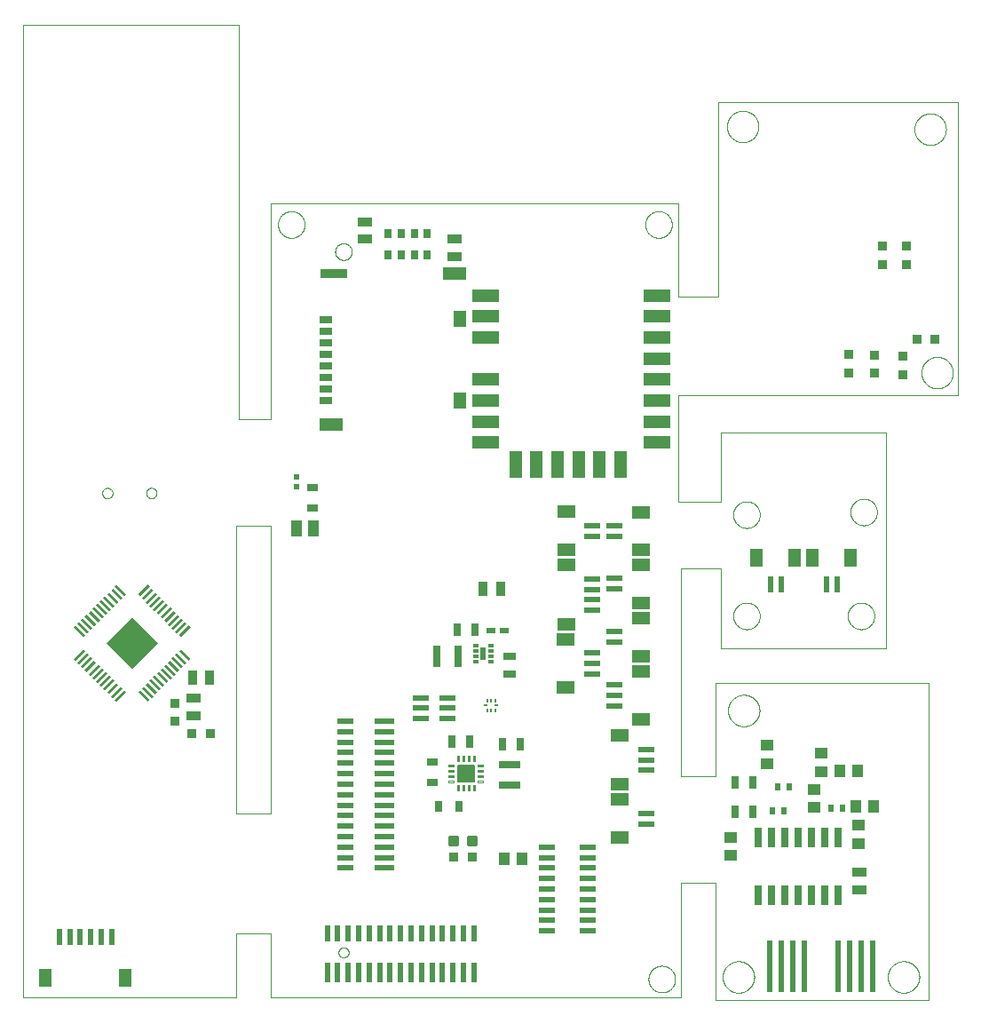
<source format=gbp>
G75*
%MOIN*%
%OFA0B0*%
%FSLAX25Y25*%
%IPPOS*%
%LPD*%
%AMOC8*
5,1,8,0,0,1.08239X$1,22.5*
%
%ADD10C,0.00000*%
%ADD11R,0.03959X0.04724*%
%ADD12R,0.04724X0.03959*%
%ADD13R,0.02300X0.02700*%
%ADD14R,0.05700X0.03800*%
%ADD15R,0.02800X0.07300*%
%ADD16R,0.02800X0.04900*%
%ADD17R,0.02362X0.19685*%
%ADD18R,0.03600X0.03800*%
%ADD19R,0.03800X0.03600*%
%ADD20R,0.02362X0.06102*%
%ADD21R,0.04724X0.07087*%
%ADD22R,0.02165X0.02067*%
%ADD23R,0.03940X0.02760*%
%ADD24R,0.04400X0.05900*%
%ADD25R,0.03800X0.05700*%
%ADD26R,0.01969X0.01181*%
%ADD27R,0.01969X0.04724*%
%ADD28C,0.00378*%
%ADD29C,0.00661*%
%ADD30R,0.02760X0.03940*%
%ADD31R,0.04900X0.02800*%
%ADD32R,0.07874X0.03150*%
%ADD33R,0.03150X0.07874*%
%ADD34R,0.03400X0.02400*%
%ADD35C,0.01181*%
%ADD36R,0.06200X0.02300*%
%ADD37R,0.04882X0.03150*%
%ADD38R,0.09843X0.03740*%
%ADD39R,0.08661X0.04528*%
%ADD40R,0.04528X0.05906*%
%ADD41R,0.00866X0.01378*%
%ADD42R,0.01772X0.00866*%
%ADD43R,0.01378X0.00866*%
%ADD44R,0.02600X0.03700*%
%ADD45R,0.09843X0.04724*%
%ADD46R,0.04724X0.09843*%
%ADD47R,0.06496X0.02362*%
%ADD48R,0.07283X0.02362*%
%ADD49R,0.02362X0.06496*%
%ADD50R,0.02362X0.07283*%
%ADD51R,0.06000X0.02300*%
%ADD52R,0.06102X0.02362*%
%ADD53R,0.07087X0.04724*%
%ADD54R,0.05118X0.00984*%
%ADD55R,0.13780X0.13780*%
D10*
X0001000Y0002150D02*
X0001000Y0367150D01*
X0082000Y0367150D01*
X0082000Y0219150D01*
X0094000Y0219150D01*
X0094000Y0300150D01*
X0247000Y0300150D01*
X0247000Y0265150D01*
X0262000Y0265150D01*
X0262000Y0338150D01*
X0352000Y0338150D01*
X0352000Y0228150D01*
X0247000Y0228150D01*
X0247000Y0188150D01*
X0263000Y0188150D01*
X0263000Y0214150D01*
X0325000Y0214150D01*
X0325000Y0133150D01*
X0263000Y0133150D01*
X0263000Y0163150D01*
X0248000Y0163150D01*
X0248000Y0085150D01*
X0261000Y0085150D01*
X0261000Y0120150D01*
X0341000Y0120150D01*
X0341000Y0001150D01*
X0261000Y0001150D01*
X0261000Y0045150D01*
X0248000Y0045150D01*
X0248000Y0002150D01*
X0094000Y0002150D01*
X0094000Y0026150D01*
X0081000Y0026150D01*
X0081000Y0002150D01*
X0001000Y0002150D01*
X0081000Y0071150D02*
X0081000Y0179150D01*
X0094000Y0179150D01*
X0094000Y0071150D01*
X0081000Y0071150D01*
X0119300Y0018885D02*
X0119302Y0018972D01*
X0119308Y0019059D01*
X0119318Y0019146D01*
X0119332Y0019232D01*
X0119350Y0019317D01*
X0119371Y0019401D01*
X0119397Y0019485D01*
X0119426Y0019567D01*
X0119460Y0019647D01*
X0119496Y0019726D01*
X0119537Y0019803D01*
X0119581Y0019879D01*
X0119628Y0019952D01*
X0119678Y0020023D01*
X0119732Y0020091D01*
X0119789Y0020157D01*
X0119849Y0020221D01*
X0119911Y0020281D01*
X0119977Y0020339D01*
X0120045Y0020393D01*
X0120115Y0020445D01*
X0120188Y0020493D01*
X0120263Y0020538D01*
X0120339Y0020579D01*
X0120418Y0020617D01*
X0120498Y0020651D01*
X0120580Y0020681D01*
X0120663Y0020707D01*
X0120747Y0020730D01*
X0120832Y0020749D01*
X0120918Y0020764D01*
X0121004Y0020775D01*
X0121091Y0020782D01*
X0121178Y0020785D01*
X0121265Y0020784D01*
X0121352Y0020779D01*
X0121439Y0020770D01*
X0121525Y0020757D01*
X0121611Y0020740D01*
X0121695Y0020719D01*
X0121779Y0020695D01*
X0121861Y0020666D01*
X0121942Y0020634D01*
X0122022Y0020598D01*
X0122099Y0020559D01*
X0122175Y0020516D01*
X0122249Y0020469D01*
X0122320Y0020420D01*
X0122389Y0020367D01*
X0122456Y0020310D01*
X0122520Y0020251D01*
X0122581Y0020189D01*
X0122640Y0020125D01*
X0122695Y0020057D01*
X0122747Y0019988D01*
X0122796Y0019916D01*
X0122842Y0019841D01*
X0122884Y0019765D01*
X0122922Y0019687D01*
X0122957Y0019607D01*
X0122989Y0019526D01*
X0123016Y0019443D01*
X0123040Y0019359D01*
X0123060Y0019274D01*
X0123076Y0019189D01*
X0123088Y0019102D01*
X0123096Y0019016D01*
X0123100Y0018929D01*
X0123100Y0018841D01*
X0123096Y0018754D01*
X0123088Y0018668D01*
X0123076Y0018581D01*
X0123060Y0018496D01*
X0123040Y0018411D01*
X0123016Y0018327D01*
X0122989Y0018244D01*
X0122957Y0018163D01*
X0122922Y0018083D01*
X0122884Y0018005D01*
X0122842Y0017929D01*
X0122796Y0017854D01*
X0122747Y0017782D01*
X0122695Y0017713D01*
X0122640Y0017645D01*
X0122581Y0017581D01*
X0122520Y0017519D01*
X0122456Y0017460D01*
X0122389Y0017403D01*
X0122320Y0017350D01*
X0122249Y0017301D01*
X0122175Y0017254D01*
X0122099Y0017211D01*
X0122022Y0017172D01*
X0121942Y0017136D01*
X0121861Y0017104D01*
X0121779Y0017075D01*
X0121695Y0017051D01*
X0121611Y0017030D01*
X0121525Y0017013D01*
X0121439Y0017000D01*
X0121352Y0016991D01*
X0121265Y0016986D01*
X0121178Y0016985D01*
X0121091Y0016988D01*
X0121004Y0016995D01*
X0120918Y0017006D01*
X0120832Y0017021D01*
X0120747Y0017040D01*
X0120663Y0017063D01*
X0120580Y0017089D01*
X0120498Y0017119D01*
X0120418Y0017153D01*
X0120339Y0017191D01*
X0120263Y0017232D01*
X0120188Y0017277D01*
X0120115Y0017325D01*
X0120045Y0017377D01*
X0119977Y0017431D01*
X0119911Y0017489D01*
X0119849Y0017549D01*
X0119789Y0017613D01*
X0119732Y0017679D01*
X0119678Y0017747D01*
X0119628Y0017818D01*
X0119581Y0017891D01*
X0119537Y0017967D01*
X0119496Y0018044D01*
X0119460Y0018123D01*
X0119426Y0018203D01*
X0119397Y0018285D01*
X0119371Y0018369D01*
X0119350Y0018453D01*
X0119332Y0018538D01*
X0119318Y0018624D01*
X0119308Y0018711D01*
X0119302Y0018798D01*
X0119300Y0018885D01*
X0235700Y0008850D02*
X0235702Y0008991D01*
X0235708Y0009132D01*
X0235718Y0009272D01*
X0235732Y0009412D01*
X0235750Y0009552D01*
X0235771Y0009691D01*
X0235797Y0009830D01*
X0235826Y0009968D01*
X0235860Y0010104D01*
X0235897Y0010240D01*
X0235938Y0010375D01*
X0235983Y0010509D01*
X0236032Y0010641D01*
X0236084Y0010772D01*
X0236140Y0010901D01*
X0236200Y0011028D01*
X0236263Y0011154D01*
X0236329Y0011278D01*
X0236400Y0011401D01*
X0236473Y0011521D01*
X0236550Y0011639D01*
X0236630Y0011755D01*
X0236714Y0011868D01*
X0236800Y0011979D01*
X0236890Y0012088D01*
X0236983Y0012194D01*
X0237078Y0012297D01*
X0237177Y0012398D01*
X0237278Y0012496D01*
X0237382Y0012591D01*
X0237489Y0012683D01*
X0237598Y0012772D01*
X0237710Y0012857D01*
X0237824Y0012940D01*
X0237940Y0013020D01*
X0238059Y0013096D01*
X0238180Y0013168D01*
X0238302Y0013238D01*
X0238427Y0013303D01*
X0238553Y0013366D01*
X0238681Y0013424D01*
X0238811Y0013479D01*
X0238942Y0013531D01*
X0239075Y0013578D01*
X0239209Y0013622D01*
X0239344Y0013663D01*
X0239480Y0013699D01*
X0239617Y0013731D01*
X0239755Y0013760D01*
X0239893Y0013785D01*
X0240033Y0013805D01*
X0240173Y0013822D01*
X0240313Y0013835D01*
X0240454Y0013844D01*
X0240594Y0013849D01*
X0240735Y0013850D01*
X0240876Y0013847D01*
X0241017Y0013840D01*
X0241157Y0013829D01*
X0241297Y0013814D01*
X0241437Y0013795D01*
X0241576Y0013773D01*
X0241714Y0013746D01*
X0241852Y0013716D01*
X0241988Y0013681D01*
X0242124Y0013643D01*
X0242258Y0013601D01*
X0242392Y0013555D01*
X0242524Y0013506D01*
X0242654Y0013452D01*
X0242783Y0013395D01*
X0242910Y0013335D01*
X0243036Y0013271D01*
X0243159Y0013203D01*
X0243281Y0013132D01*
X0243401Y0013058D01*
X0243518Y0012980D01*
X0243633Y0012899D01*
X0243746Y0012815D01*
X0243857Y0012728D01*
X0243965Y0012637D01*
X0244070Y0012544D01*
X0244173Y0012447D01*
X0244273Y0012348D01*
X0244370Y0012246D01*
X0244464Y0012141D01*
X0244555Y0012034D01*
X0244643Y0011924D01*
X0244728Y0011812D01*
X0244810Y0011697D01*
X0244889Y0011580D01*
X0244964Y0011461D01*
X0245036Y0011340D01*
X0245104Y0011217D01*
X0245169Y0011092D01*
X0245231Y0010965D01*
X0245288Y0010836D01*
X0245343Y0010706D01*
X0245393Y0010575D01*
X0245440Y0010442D01*
X0245483Y0010308D01*
X0245522Y0010172D01*
X0245557Y0010036D01*
X0245589Y0009899D01*
X0245616Y0009761D01*
X0245640Y0009622D01*
X0245660Y0009482D01*
X0245676Y0009342D01*
X0245688Y0009202D01*
X0245696Y0009061D01*
X0245700Y0008920D01*
X0245700Y0008780D01*
X0245696Y0008639D01*
X0245688Y0008498D01*
X0245676Y0008358D01*
X0245660Y0008218D01*
X0245640Y0008078D01*
X0245616Y0007939D01*
X0245589Y0007801D01*
X0245557Y0007664D01*
X0245522Y0007528D01*
X0245483Y0007392D01*
X0245440Y0007258D01*
X0245393Y0007125D01*
X0245343Y0006994D01*
X0245288Y0006864D01*
X0245231Y0006735D01*
X0245169Y0006608D01*
X0245104Y0006483D01*
X0245036Y0006360D01*
X0244964Y0006239D01*
X0244889Y0006120D01*
X0244810Y0006003D01*
X0244728Y0005888D01*
X0244643Y0005776D01*
X0244555Y0005666D01*
X0244464Y0005559D01*
X0244370Y0005454D01*
X0244273Y0005352D01*
X0244173Y0005253D01*
X0244070Y0005156D01*
X0243965Y0005063D01*
X0243857Y0004972D01*
X0243746Y0004885D01*
X0243633Y0004801D01*
X0243518Y0004720D01*
X0243401Y0004642D01*
X0243281Y0004568D01*
X0243159Y0004497D01*
X0243036Y0004429D01*
X0242910Y0004365D01*
X0242783Y0004305D01*
X0242654Y0004248D01*
X0242524Y0004194D01*
X0242392Y0004145D01*
X0242258Y0004099D01*
X0242124Y0004057D01*
X0241988Y0004019D01*
X0241852Y0003984D01*
X0241714Y0003954D01*
X0241576Y0003927D01*
X0241437Y0003905D01*
X0241297Y0003886D01*
X0241157Y0003871D01*
X0241017Y0003860D01*
X0240876Y0003853D01*
X0240735Y0003850D01*
X0240594Y0003851D01*
X0240454Y0003856D01*
X0240313Y0003865D01*
X0240173Y0003878D01*
X0240033Y0003895D01*
X0239893Y0003915D01*
X0239755Y0003940D01*
X0239617Y0003969D01*
X0239480Y0004001D01*
X0239344Y0004037D01*
X0239209Y0004078D01*
X0239075Y0004122D01*
X0238942Y0004169D01*
X0238811Y0004221D01*
X0238681Y0004276D01*
X0238553Y0004334D01*
X0238427Y0004397D01*
X0238302Y0004462D01*
X0238180Y0004532D01*
X0238059Y0004604D01*
X0237940Y0004680D01*
X0237824Y0004760D01*
X0237710Y0004843D01*
X0237598Y0004928D01*
X0237489Y0005017D01*
X0237382Y0005109D01*
X0237278Y0005204D01*
X0237177Y0005302D01*
X0237078Y0005403D01*
X0236983Y0005506D01*
X0236890Y0005612D01*
X0236800Y0005721D01*
X0236714Y0005832D01*
X0236630Y0005945D01*
X0236550Y0006061D01*
X0236473Y0006179D01*
X0236400Y0006299D01*
X0236329Y0006422D01*
X0236263Y0006546D01*
X0236200Y0006672D01*
X0236140Y0006799D01*
X0236084Y0006928D01*
X0236032Y0007059D01*
X0235983Y0007191D01*
X0235938Y0007325D01*
X0235897Y0007460D01*
X0235860Y0007596D01*
X0235826Y0007732D01*
X0235797Y0007870D01*
X0235771Y0008009D01*
X0235750Y0008148D01*
X0235732Y0008288D01*
X0235718Y0008428D01*
X0235708Y0008568D01*
X0235702Y0008709D01*
X0235700Y0008850D01*
X0263594Y0009650D02*
X0263596Y0009803D01*
X0263602Y0009957D01*
X0263612Y0010110D01*
X0263626Y0010262D01*
X0263644Y0010415D01*
X0263666Y0010566D01*
X0263691Y0010717D01*
X0263721Y0010868D01*
X0263755Y0011018D01*
X0263792Y0011166D01*
X0263833Y0011314D01*
X0263878Y0011460D01*
X0263927Y0011606D01*
X0263980Y0011750D01*
X0264036Y0011892D01*
X0264096Y0012033D01*
X0264160Y0012173D01*
X0264227Y0012311D01*
X0264298Y0012447D01*
X0264373Y0012581D01*
X0264450Y0012713D01*
X0264532Y0012843D01*
X0264616Y0012971D01*
X0264704Y0013097D01*
X0264795Y0013220D01*
X0264889Y0013341D01*
X0264987Y0013459D01*
X0265087Y0013575D01*
X0265191Y0013688D01*
X0265297Y0013799D01*
X0265406Y0013907D01*
X0265518Y0014012D01*
X0265632Y0014113D01*
X0265750Y0014212D01*
X0265869Y0014308D01*
X0265991Y0014401D01*
X0266116Y0014490D01*
X0266243Y0014577D01*
X0266372Y0014659D01*
X0266503Y0014739D01*
X0266636Y0014815D01*
X0266771Y0014888D01*
X0266908Y0014957D01*
X0267047Y0015022D01*
X0267187Y0015084D01*
X0267329Y0015142D01*
X0267472Y0015197D01*
X0267617Y0015248D01*
X0267763Y0015295D01*
X0267910Y0015338D01*
X0268058Y0015377D01*
X0268207Y0015413D01*
X0268357Y0015444D01*
X0268508Y0015472D01*
X0268659Y0015496D01*
X0268812Y0015516D01*
X0268964Y0015532D01*
X0269117Y0015544D01*
X0269270Y0015552D01*
X0269423Y0015556D01*
X0269577Y0015556D01*
X0269730Y0015552D01*
X0269883Y0015544D01*
X0270036Y0015532D01*
X0270188Y0015516D01*
X0270341Y0015496D01*
X0270492Y0015472D01*
X0270643Y0015444D01*
X0270793Y0015413D01*
X0270942Y0015377D01*
X0271090Y0015338D01*
X0271237Y0015295D01*
X0271383Y0015248D01*
X0271528Y0015197D01*
X0271671Y0015142D01*
X0271813Y0015084D01*
X0271953Y0015022D01*
X0272092Y0014957D01*
X0272229Y0014888D01*
X0272364Y0014815D01*
X0272497Y0014739D01*
X0272628Y0014659D01*
X0272757Y0014577D01*
X0272884Y0014490D01*
X0273009Y0014401D01*
X0273131Y0014308D01*
X0273250Y0014212D01*
X0273368Y0014113D01*
X0273482Y0014012D01*
X0273594Y0013907D01*
X0273703Y0013799D01*
X0273809Y0013688D01*
X0273913Y0013575D01*
X0274013Y0013459D01*
X0274111Y0013341D01*
X0274205Y0013220D01*
X0274296Y0013097D01*
X0274384Y0012971D01*
X0274468Y0012843D01*
X0274550Y0012713D01*
X0274627Y0012581D01*
X0274702Y0012447D01*
X0274773Y0012311D01*
X0274840Y0012173D01*
X0274904Y0012033D01*
X0274964Y0011892D01*
X0275020Y0011750D01*
X0275073Y0011606D01*
X0275122Y0011460D01*
X0275167Y0011314D01*
X0275208Y0011166D01*
X0275245Y0011018D01*
X0275279Y0010868D01*
X0275309Y0010717D01*
X0275334Y0010566D01*
X0275356Y0010415D01*
X0275374Y0010262D01*
X0275388Y0010110D01*
X0275398Y0009957D01*
X0275404Y0009803D01*
X0275406Y0009650D01*
X0275404Y0009497D01*
X0275398Y0009343D01*
X0275388Y0009190D01*
X0275374Y0009038D01*
X0275356Y0008885D01*
X0275334Y0008734D01*
X0275309Y0008583D01*
X0275279Y0008432D01*
X0275245Y0008282D01*
X0275208Y0008134D01*
X0275167Y0007986D01*
X0275122Y0007840D01*
X0275073Y0007694D01*
X0275020Y0007550D01*
X0274964Y0007408D01*
X0274904Y0007267D01*
X0274840Y0007127D01*
X0274773Y0006989D01*
X0274702Y0006853D01*
X0274627Y0006719D01*
X0274550Y0006587D01*
X0274468Y0006457D01*
X0274384Y0006329D01*
X0274296Y0006203D01*
X0274205Y0006080D01*
X0274111Y0005959D01*
X0274013Y0005841D01*
X0273913Y0005725D01*
X0273809Y0005612D01*
X0273703Y0005501D01*
X0273594Y0005393D01*
X0273482Y0005288D01*
X0273368Y0005187D01*
X0273250Y0005088D01*
X0273131Y0004992D01*
X0273009Y0004899D01*
X0272884Y0004810D01*
X0272757Y0004723D01*
X0272628Y0004641D01*
X0272497Y0004561D01*
X0272364Y0004485D01*
X0272229Y0004412D01*
X0272092Y0004343D01*
X0271953Y0004278D01*
X0271813Y0004216D01*
X0271671Y0004158D01*
X0271528Y0004103D01*
X0271383Y0004052D01*
X0271237Y0004005D01*
X0271090Y0003962D01*
X0270942Y0003923D01*
X0270793Y0003887D01*
X0270643Y0003856D01*
X0270492Y0003828D01*
X0270341Y0003804D01*
X0270188Y0003784D01*
X0270036Y0003768D01*
X0269883Y0003756D01*
X0269730Y0003748D01*
X0269577Y0003744D01*
X0269423Y0003744D01*
X0269270Y0003748D01*
X0269117Y0003756D01*
X0268964Y0003768D01*
X0268812Y0003784D01*
X0268659Y0003804D01*
X0268508Y0003828D01*
X0268357Y0003856D01*
X0268207Y0003887D01*
X0268058Y0003923D01*
X0267910Y0003962D01*
X0267763Y0004005D01*
X0267617Y0004052D01*
X0267472Y0004103D01*
X0267329Y0004158D01*
X0267187Y0004216D01*
X0267047Y0004278D01*
X0266908Y0004343D01*
X0266771Y0004412D01*
X0266636Y0004485D01*
X0266503Y0004561D01*
X0266372Y0004641D01*
X0266243Y0004723D01*
X0266116Y0004810D01*
X0265991Y0004899D01*
X0265869Y0004992D01*
X0265750Y0005088D01*
X0265632Y0005187D01*
X0265518Y0005288D01*
X0265406Y0005393D01*
X0265297Y0005501D01*
X0265191Y0005612D01*
X0265087Y0005725D01*
X0264987Y0005841D01*
X0264889Y0005959D01*
X0264795Y0006080D01*
X0264704Y0006203D01*
X0264616Y0006329D01*
X0264532Y0006457D01*
X0264450Y0006587D01*
X0264373Y0006719D01*
X0264298Y0006853D01*
X0264227Y0006989D01*
X0264160Y0007127D01*
X0264096Y0007267D01*
X0264036Y0007408D01*
X0263980Y0007550D01*
X0263927Y0007694D01*
X0263878Y0007840D01*
X0263833Y0007986D01*
X0263792Y0008134D01*
X0263755Y0008282D01*
X0263721Y0008432D01*
X0263691Y0008583D01*
X0263666Y0008734D01*
X0263644Y0008885D01*
X0263626Y0009038D01*
X0263612Y0009190D01*
X0263602Y0009343D01*
X0263596Y0009497D01*
X0263594Y0009650D01*
X0325594Y0009650D02*
X0325596Y0009803D01*
X0325602Y0009957D01*
X0325612Y0010110D01*
X0325626Y0010262D01*
X0325644Y0010415D01*
X0325666Y0010566D01*
X0325691Y0010717D01*
X0325721Y0010868D01*
X0325755Y0011018D01*
X0325792Y0011166D01*
X0325833Y0011314D01*
X0325878Y0011460D01*
X0325927Y0011606D01*
X0325980Y0011750D01*
X0326036Y0011892D01*
X0326096Y0012033D01*
X0326160Y0012173D01*
X0326227Y0012311D01*
X0326298Y0012447D01*
X0326373Y0012581D01*
X0326450Y0012713D01*
X0326532Y0012843D01*
X0326616Y0012971D01*
X0326704Y0013097D01*
X0326795Y0013220D01*
X0326889Y0013341D01*
X0326987Y0013459D01*
X0327087Y0013575D01*
X0327191Y0013688D01*
X0327297Y0013799D01*
X0327406Y0013907D01*
X0327518Y0014012D01*
X0327632Y0014113D01*
X0327750Y0014212D01*
X0327869Y0014308D01*
X0327991Y0014401D01*
X0328116Y0014490D01*
X0328243Y0014577D01*
X0328372Y0014659D01*
X0328503Y0014739D01*
X0328636Y0014815D01*
X0328771Y0014888D01*
X0328908Y0014957D01*
X0329047Y0015022D01*
X0329187Y0015084D01*
X0329329Y0015142D01*
X0329472Y0015197D01*
X0329617Y0015248D01*
X0329763Y0015295D01*
X0329910Y0015338D01*
X0330058Y0015377D01*
X0330207Y0015413D01*
X0330357Y0015444D01*
X0330508Y0015472D01*
X0330659Y0015496D01*
X0330812Y0015516D01*
X0330964Y0015532D01*
X0331117Y0015544D01*
X0331270Y0015552D01*
X0331423Y0015556D01*
X0331577Y0015556D01*
X0331730Y0015552D01*
X0331883Y0015544D01*
X0332036Y0015532D01*
X0332188Y0015516D01*
X0332341Y0015496D01*
X0332492Y0015472D01*
X0332643Y0015444D01*
X0332793Y0015413D01*
X0332942Y0015377D01*
X0333090Y0015338D01*
X0333237Y0015295D01*
X0333383Y0015248D01*
X0333528Y0015197D01*
X0333671Y0015142D01*
X0333813Y0015084D01*
X0333953Y0015022D01*
X0334092Y0014957D01*
X0334229Y0014888D01*
X0334364Y0014815D01*
X0334497Y0014739D01*
X0334628Y0014659D01*
X0334757Y0014577D01*
X0334884Y0014490D01*
X0335009Y0014401D01*
X0335131Y0014308D01*
X0335250Y0014212D01*
X0335368Y0014113D01*
X0335482Y0014012D01*
X0335594Y0013907D01*
X0335703Y0013799D01*
X0335809Y0013688D01*
X0335913Y0013575D01*
X0336013Y0013459D01*
X0336111Y0013341D01*
X0336205Y0013220D01*
X0336296Y0013097D01*
X0336384Y0012971D01*
X0336468Y0012843D01*
X0336550Y0012713D01*
X0336627Y0012581D01*
X0336702Y0012447D01*
X0336773Y0012311D01*
X0336840Y0012173D01*
X0336904Y0012033D01*
X0336964Y0011892D01*
X0337020Y0011750D01*
X0337073Y0011606D01*
X0337122Y0011460D01*
X0337167Y0011314D01*
X0337208Y0011166D01*
X0337245Y0011018D01*
X0337279Y0010868D01*
X0337309Y0010717D01*
X0337334Y0010566D01*
X0337356Y0010415D01*
X0337374Y0010262D01*
X0337388Y0010110D01*
X0337398Y0009957D01*
X0337404Y0009803D01*
X0337406Y0009650D01*
X0337404Y0009497D01*
X0337398Y0009343D01*
X0337388Y0009190D01*
X0337374Y0009038D01*
X0337356Y0008885D01*
X0337334Y0008734D01*
X0337309Y0008583D01*
X0337279Y0008432D01*
X0337245Y0008282D01*
X0337208Y0008134D01*
X0337167Y0007986D01*
X0337122Y0007840D01*
X0337073Y0007694D01*
X0337020Y0007550D01*
X0336964Y0007408D01*
X0336904Y0007267D01*
X0336840Y0007127D01*
X0336773Y0006989D01*
X0336702Y0006853D01*
X0336627Y0006719D01*
X0336550Y0006587D01*
X0336468Y0006457D01*
X0336384Y0006329D01*
X0336296Y0006203D01*
X0336205Y0006080D01*
X0336111Y0005959D01*
X0336013Y0005841D01*
X0335913Y0005725D01*
X0335809Y0005612D01*
X0335703Y0005501D01*
X0335594Y0005393D01*
X0335482Y0005288D01*
X0335368Y0005187D01*
X0335250Y0005088D01*
X0335131Y0004992D01*
X0335009Y0004899D01*
X0334884Y0004810D01*
X0334757Y0004723D01*
X0334628Y0004641D01*
X0334497Y0004561D01*
X0334364Y0004485D01*
X0334229Y0004412D01*
X0334092Y0004343D01*
X0333953Y0004278D01*
X0333813Y0004216D01*
X0333671Y0004158D01*
X0333528Y0004103D01*
X0333383Y0004052D01*
X0333237Y0004005D01*
X0333090Y0003962D01*
X0332942Y0003923D01*
X0332793Y0003887D01*
X0332643Y0003856D01*
X0332492Y0003828D01*
X0332341Y0003804D01*
X0332188Y0003784D01*
X0332036Y0003768D01*
X0331883Y0003756D01*
X0331730Y0003748D01*
X0331577Y0003744D01*
X0331423Y0003744D01*
X0331270Y0003748D01*
X0331117Y0003756D01*
X0330964Y0003768D01*
X0330812Y0003784D01*
X0330659Y0003804D01*
X0330508Y0003828D01*
X0330357Y0003856D01*
X0330207Y0003887D01*
X0330058Y0003923D01*
X0329910Y0003962D01*
X0329763Y0004005D01*
X0329617Y0004052D01*
X0329472Y0004103D01*
X0329329Y0004158D01*
X0329187Y0004216D01*
X0329047Y0004278D01*
X0328908Y0004343D01*
X0328771Y0004412D01*
X0328636Y0004485D01*
X0328503Y0004561D01*
X0328372Y0004641D01*
X0328243Y0004723D01*
X0328116Y0004810D01*
X0327991Y0004899D01*
X0327869Y0004992D01*
X0327750Y0005088D01*
X0327632Y0005187D01*
X0327518Y0005288D01*
X0327406Y0005393D01*
X0327297Y0005501D01*
X0327191Y0005612D01*
X0327087Y0005725D01*
X0326987Y0005841D01*
X0326889Y0005959D01*
X0326795Y0006080D01*
X0326704Y0006203D01*
X0326616Y0006329D01*
X0326532Y0006457D01*
X0326450Y0006587D01*
X0326373Y0006719D01*
X0326298Y0006853D01*
X0326227Y0006989D01*
X0326160Y0007127D01*
X0326096Y0007267D01*
X0326036Y0007408D01*
X0325980Y0007550D01*
X0325927Y0007694D01*
X0325878Y0007840D01*
X0325833Y0007986D01*
X0325792Y0008134D01*
X0325755Y0008282D01*
X0325721Y0008432D01*
X0325691Y0008583D01*
X0325666Y0008734D01*
X0325644Y0008885D01*
X0325626Y0009038D01*
X0325612Y0009190D01*
X0325602Y0009343D01*
X0325596Y0009497D01*
X0325594Y0009650D01*
X0265594Y0109650D02*
X0265596Y0109803D01*
X0265602Y0109957D01*
X0265612Y0110110D01*
X0265626Y0110262D01*
X0265644Y0110415D01*
X0265666Y0110566D01*
X0265691Y0110717D01*
X0265721Y0110868D01*
X0265755Y0111018D01*
X0265792Y0111166D01*
X0265833Y0111314D01*
X0265878Y0111460D01*
X0265927Y0111606D01*
X0265980Y0111750D01*
X0266036Y0111892D01*
X0266096Y0112033D01*
X0266160Y0112173D01*
X0266227Y0112311D01*
X0266298Y0112447D01*
X0266373Y0112581D01*
X0266450Y0112713D01*
X0266532Y0112843D01*
X0266616Y0112971D01*
X0266704Y0113097D01*
X0266795Y0113220D01*
X0266889Y0113341D01*
X0266987Y0113459D01*
X0267087Y0113575D01*
X0267191Y0113688D01*
X0267297Y0113799D01*
X0267406Y0113907D01*
X0267518Y0114012D01*
X0267632Y0114113D01*
X0267750Y0114212D01*
X0267869Y0114308D01*
X0267991Y0114401D01*
X0268116Y0114490D01*
X0268243Y0114577D01*
X0268372Y0114659D01*
X0268503Y0114739D01*
X0268636Y0114815D01*
X0268771Y0114888D01*
X0268908Y0114957D01*
X0269047Y0115022D01*
X0269187Y0115084D01*
X0269329Y0115142D01*
X0269472Y0115197D01*
X0269617Y0115248D01*
X0269763Y0115295D01*
X0269910Y0115338D01*
X0270058Y0115377D01*
X0270207Y0115413D01*
X0270357Y0115444D01*
X0270508Y0115472D01*
X0270659Y0115496D01*
X0270812Y0115516D01*
X0270964Y0115532D01*
X0271117Y0115544D01*
X0271270Y0115552D01*
X0271423Y0115556D01*
X0271577Y0115556D01*
X0271730Y0115552D01*
X0271883Y0115544D01*
X0272036Y0115532D01*
X0272188Y0115516D01*
X0272341Y0115496D01*
X0272492Y0115472D01*
X0272643Y0115444D01*
X0272793Y0115413D01*
X0272942Y0115377D01*
X0273090Y0115338D01*
X0273237Y0115295D01*
X0273383Y0115248D01*
X0273528Y0115197D01*
X0273671Y0115142D01*
X0273813Y0115084D01*
X0273953Y0115022D01*
X0274092Y0114957D01*
X0274229Y0114888D01*
X0274364Y0114815D01*
X0274497Y0114739D01*
X0274628Y0114659D01*
X0274757Y0114577D01*
X0274884Y0114490D01*
X0275009Y0114401D01*
X0275131Y0114308D01*
X0275250Y0114212D01*
X0275368Y0114113D01*
X0275482Y0114012D01*
X0275594Y0113907D01*
X0275703Y0113799D01*
X0275809Y0113688D01*
X0275913Y0113575D01*
X0276013Y0113459D01*
X0276111Y0113341D01*
X0276205Y0113220D01*
X0276296Y0113097D01*
X0276384Y0112971D01*
X0276468Y0112843D01*
X0276550Y0112713D01*
X0276627Y0112581D01*
X0276702Y0112447D01*
X0276773Y0112311D01*
X0276840Y0112173D01*
X0276904Y0112033D01*
X0276964Y0111892D01*
X0277020Y0111750D01*
X0277073Y0111606D01*
X0277122Y0111460D01*
X0277167Y0111314D01*
X0277208Y0111166D01*
X0277245Y0111018D01*
X0277279Y0110868D01*
X0277309Y0110717D01*
X0277334Y0110566D01*
X0277356Y0110415D01*
X0277374Y0110262D01*
X0277388Y0110110D01*
X0277398Y0109957D01*
X0277404Y0109803D01*
X0277406Y0109650D01*
X0277404Y0109497D01*
X0277398Y0109343D01*
X0277388Y0109190D01*
X0277374Y0109038D01*
X0277356Y0108885D01*
X0277334Y0108734D01*
X0277309Y0108583D01*
X0277279Y0108432D01*
X0277245Y0108282D01*
X0277208Y0108134D01*
X0277167Y0107986D01*
X0277122Y0107840D01*
X0277073Y0107694D01*
X0277020Y0107550D01*
X0276964Y0107408D01*
X0276904Y0107267D01*
X0276840Y0107127D01*
X0276773Y0106989D01*
X0276702Y0106853D01*
X0276627Y0106719D01*
X0276550Y0106587D01*
X0276468Y0106457D01*
X0276384Y0106329D01*
X0276296Y0106203D01*
X0276205Y0106080D01*
X0276111Y0105959D01*
X0276013Y0105841D01*
X0275913Y0105725D01*
X0275809Y0105612D01*
X0275703Y0105501D01*
X0275594Y0105393D01*
X0275482Y0105288D01*
X0275368Y0105187D01*
X0275250Y0105088D01*
X0275131Y0104992D01*
X0275009Y0104899D01*
X0274884Y0104810D01*
X0274757Y0104723D01*
X0274628Y0104641D01*
X0274497Y0104561D01*
X0274364Y0104485D01*
X0274229Y0104412D01*
X0274092Y0104343D01*
X0273953Y0104278D01*
X0273813Y0104216D01*
X0273671Y0104158D01*
X0273528Y0104103D01*
X0273383Y0104052D01*
X0273237Y0104005D01*
X0273090Y0103962D01*
X0272942Y0103923D01*
X0272793Y0103887D01*
X0272643Y0103856D01*
X0272492Y0103828D01*
X0272341Y0103804D01*
X0272188Y0103784D01*
X0272036Y0103768D01*
X0271883Y0103756D01*
X0271730Y0103748D01*
X0271577Y0103744D01*
X0271423Y0103744D01*
X0271270Y0103748D01*
X0271117Y0103756D01*
X0270964Y0103768D01*
X0270812Y0103784D01*
X0270659Y0103804D01*
X0270508Y0103828D01*
X0270357Y0103856D01*
X0270207Y0103887D01*
X0270058Y0103923D01*
X0269910Y0103962D01*
X0269763Y0104005D01*
X0269617Y0104052D01*
X0269472Y0104103D01*
X0269329Y0104158D01*
X0269187Y0104216D01*
X0269047Y0104278D01*
X0268908Y0104343D01*
X0268771Y0104412D01*
X0268636Y0104485D01*
X0268503Y0104561D01*
X0268372Y0104641D01*
X0268243Y0104723D01*
X0268116Y0104810D01*
X0267991Y0104899D01*
X0267869Y0104992D01*
X0267750Y0105088D01*
X0267632Y0105187D01*
X0267518Y0105288D01*
X0267406Y0105393D01*
X0267297Y0105501D01*
X0267191Y0105612D01*
X0267087Y0105725D01*
X0266987Y0105841D01*
X0266889Y0105959D01*
X0266795Y0106080D01*
X0266704Y0106203D01*
X0266616Y0106329D01*
X0266532Y0106457D01*
X0266450Y0106587D01*
X0266373Y0106719D01*
X0266298Y0106853D01*
X0266227Y0106989D01*
X0266160Y0107127D01*
X0266096Y0107267D01*
X0266036Y0107408D01*
X0265980Y0107550D01*
X0265927Y0107694D01*
X0265878Y0107840D01*
X0265833Y0107986D01*
X0265792Y0108134D01*
X0265755Y0108282D01*
X0265721Y0108432D01*
X0265691Y0108583D01*
X0265666Y0108734D01*
X0265644Y0108885D01*
X0265626Y0109038D01*
X0265612Y0109190D01*
X0265602Y0109343D01*
X0265596Y0109497D01*
X0265594Y0109650D01*
X0267500Y0145150D02*
X0267502Y0145291D01*
X0267508Y0145432D01*
X0267518Y0145572D01*
X0267532Y0145712D01*
X0267550Y0145852D01*
X0267571Y0145991D01*
X0267597Y0146130D01*
X0267626Y0146268D01*
X0267660Y0146404D01*
X0267697Y0146540D01*
X0267738Y0146675D01*
X0267783Y0146809D01*
X0267832Y0146941D01*
X0267884Y0147072D01*
X0267940Y0147201D01*
X0268000Y0147328D01*
X0268063Y0147454D01*
X0268129Y0147578D01*
X0268200Y0147701D01*
X0268273Y0147821D01*
X0268350Y0147939D01*
X0268430Y0148055D01*
X0268514Y0148168D01*
X0268600Y0148279D01*
X0268690Y0148388D01*
X0268783Y0148494D01*
X0268878Y0148597D01*
X0268977Y0148698D01*
X0269078Y0148796D01*
X0269182Y0148891D01*
X0269289Y0148983D01*
X0269398Y0149072D01*
X0269510Y0149157D01*
X0269624Y0149240D01*
X0269740Y0149320D01*
X0269859Y0149396D01*
X0269980Y0149468D01*
X0270102Y0149538D01*
X0270227Y0149603D01*
X0270353Y0149666D01*
X0270481Y0149724D01*
X0270611Y0149779D01*
X0270742Y0149831D01*
X0270875Y0149878D01*
X0271009Y0149922D01*
X0271144Y0149963D01*
X0271280Y0149999D01*
X0271417Y0150031D01*
X0271555Y0150060D01*
X0271693Y0150085D01*
X0271833Y0150105D01*
X0271973Y0150122D01*
X0272113Y0150135D01*
X0272254Y0150144D01*
X0272394Y0150149D01*
X0272535Y0150150D01*
X0272676Y0150147D01*
X0272817Y0150140D01*
X0272957Y0150129D01*
X0273097Y0150114D01*
X0273237Y0150095D01*
X0273376Y0150073D01*
X0273514Y0150046D01*
X0273652Y0150016D01*
X0273788Y0149981D01*
X0273924Y0149943D01*
X0274058Y0149901D01*
X0274192Y0149855D01*
X0274324Y0149806D01*
X0274454Y0149752D01*
X0274583Y0149695D01*
X0274710Y0149635D01*
X0274836Y0149571D01*
X0274959Y0149503D01*
X0275081Y0149432D01*
X0275201Y0149358D01*
X0275318Y0149280D01*
X0275433Y0149199D01*
X0275546Y0149115D01*
X0275657Y0149028D01*
X0275765Y0148937D01*
X0275870Y0148844D01*
X0275973Y0148747D01*
X0276073Y0148648D01*
X0276170Y0148546D01*
X0276264Y0148441D01*
X0276355Y0148334D01*
X0276443Y0148224D01*
X0276528Y0148112D01*
X0276610Y0147997D01*
X0276689Y0147880D01*
X0276764Y0147761D01*
X0276836Y0147640D01*
X0276904Y0147517D01*
X0276969Y0147392D01*
X0277031Y0147265D01*
X0277088Y0147136D01*
X0277143Y0147006D01*
X0277193Y0146875D01*
X0277240Y0146742D01*
X0277283Y0146608D01*
X0277322Y0146472D01*
X0277357Y0146336D01*
X0277389Y0146199D01*
X0277416Y0146061D01*
X0277440Y0145922D01*
X0277460Y0145782D01*
X0277476Y0145642D01*
X0277488Y0145502D01*
X0277496Y0145361D01*
X0277500Y0145220D01*
X0277500Y0145080D01*
X0277496Y0144939D01*
X0277488Y0144798D01*
X0277476Y0144658D01*
X0277460Y0144518D01*
X0277440Y0144378D01*
X0277416Y0144239D01*
X0277389Y0144101D01*
X0277357Y0143964D01*
X0277322Y0143828D01*
X0277283Y0143692D01*
X0277240Y0143558D01*
X0277193Y0143425D01*
X0277143Y0143294D01*
X0277088Y0143164D01*
X0277031Y0143035D01*
X0276969Y0142908D01*
X0276904Y0142783D01*
X0276836Y0142660D01*
X0276764Y0142539D01*
X0276689Y0142420D01*
X0276610Y0142303D01*
X0276528Y0142188D01*
X0276443Y0142076D01*
X0276355Y0141966D01*
X0276264Y0141859D01*
X0276170Y0141754D01*
X0276073Y0141652D01*
X0275973Y0141553D01*
X0275870Y0141456D01*
X0275765Y0141363D01*
X0275657Y0141272D01*
X0275546Y0141185D01*
X0275433Y0141101D01*
X0275318Y0141020D01*
X0275201Y0140942D01*
X0275081Y0140868D01*
X0274959Y0140797D01*
X0274836Y0140729D01*
X0274710Y0140665D01*
X0274583Y0140605D01*
X0274454Y0140548D01*
X0274324Y0140494D01*
X0274192Y0140445D01*
X0274058Y0140399D01*
X0273924Y0140357D01*
X0273788Y0140319D01*
X0273652Y0140284D01*
X0273514Y0140254D01*
X0273376Y0140227D01*
X0273237Y0140205D01*
X0273097Y0140186D01*
X0272957Y0140171D01*
X0272817Y0140160D01*
X0272676Y0140153D01*
X0272535Y0140150D01*
X0272394Y0140151D01*
X0272254Y0140156D01*
X0272113Y0140165D01*
X0271973Y0140178D01*
X0271833Y0140195D01*
X0271693Y0140215D01*
X0271555Y0140240D01*
X0271417Y0140269D01*
X0271280Y0140301D01*
X0271144Y0140337D01*
X0271009Y0140378D01*
X0270875Y0140422D01*
X0270742Y0140469D01*
X0270611Y0140521D01*
X0270481Y0140576D01*
X0270353Y0140634D01*
X0270227Y0140697D01*
X0270102Y0140762D01*
X0269980Y0140832D01*
X0269859Y0140904D01*
X0269740Y0140980D01*
X0269624Y0141060D01*
X0269510Y0141143D01*
X0269398Y0141228D01*
X0269289Y0141317D01*
X0269182Y0141409D01*
X0269078Y0141504D01*
X0268977Y0141602D01*
X0268878Y0141703D01*
X0268783Y0141806D01*
X0268690Y0141912D01*
X0268600Y0142021D01*
X0268514Y0142132D01*
X0268430Y0142245D01*
X0268350Y0142361D01*
X0268273Y0142479D01*
X0268200Y0142599D01*
X0268129Y0142722D01*
X0268063Y0142846D01*
X0268000Y0142972D01*
X0267940Y0143099D01*
X0267884Y0143228D01*
X0267832Y0143359D01*
X0267783Y0143491D01*
X0267738Y0143625D01*
X0267697Y0143760D01*
X0267660Y0143896D01*
X0267626Y0144032D01*
X0267597Y0144170D01*
X0267571Y0144309D01*
X0267550Y0144448D01*
X0267532Y0144588D01*
X0267518Y0144728D01*
X0267508Y0144868D01*
X0267502Y0145009D01*
X0267500Y0145150D01*
X0267500Y0183150D02*
X0267502Y0183291D01*
X0267508Y0183432D01*
X0267518Y0183572D01*
X0267532Y0183712D01*
X0267550Y0183852D01*
X0267571Y0183991D01*
X0267597Y0184130D01*
X0267626Y0184268D01*
X0267660Y0184404D01*
X0267697Y0184540D01*
X0267738Y0184675D01*
X0267783Y0184809D01*
X0267832Y0184941D01*
X0267884Y0185072D01*
X0267940Y0185201D01*
X0268000Y0185328D01*
X0268063Y0185454D01*
X0268129Y0185578D01*
X0268200Y0185701D01*
X0268273Y0185821D01*
X0268350Y0185939D01*
X0268430Y0186055D01*
X0268514Y0186168D01*
X0268600Y0186279D01*
X0268690Y0186388D01*
X0268783Y0186494D01*
X0268878Y0186597D01*
X0268977Y0186698D01*
X0269078Y0186796D01*
X0269182Y0186891D01*
X0269289Y0186983D01*
X0269398Y0187072D01*
X0269510Y0187157D01*
X0269624Y0187240D01*
X0269740Y0187320D01*
X0269859Y0187396D01*
X0269980Y0187468D01*
X0270102Y0187538D01*
X0270227Y0187603D01*
X0270353Y0187666D01*
X0270481Y0187724D01*
X0270611Y0187779D01*
X0270742Y0187831D01*
X0270875Y0187878D01*
X0271009Y0187922D01*
X0271144Y0187963D01*
X0271280Y0187999D01*
X0271417Y0188031D01*
X0271555Y0188060D01*
X0271693Y0188085D01*
X0271833Y0188105D01*
X0271973Y0188122D01*
X0272113Y0188135D01*
X0272254Y0188144D01*
X0272394Y0188149D01*
X0272535Y0188150D01*
X0272676Y0188147D01*
X0272817Y0188140D01*
X0272957Y0188129D01*
X0273097Y0188114D01*
X0273237Y0188095D01*
X0273376Y0188073D01*
X0273514Y0188046D01*
X0273652Y0188016D01*
X0273788Y0187981D01*
X0273924Y0187943D01*
X0274058Y0187901D01*
X0274192Y0187855D01*
X0274324Y0187806D01*
X0274454Y0187752D01*
X0274583Y0187695D01*
X0274710Y0187635D01*
X0274836Y0187571D01*
X0274959Y0187503D01*
X0275081Y0187432D01*
X0275201Y0187358D01*
X0275318Y0187280D01*
X0275433Y0187199D01*
X0275546Y0187115D01*
X0275657Y0187028D01*
X0275765Y0186937D01*
X0275870Y0186844D01*
X0275973Y0186747D01*
X0276073Y0186648D01*
X0276170Y0186546D01*
X0276264Y0186441D01*
X0276355Y0186334D01*
X0276443Y0186224D01*
X0276528Y0186112D01*
X0276610Y0185997D01*
X0276689Y0185880D01*
X0276764Y0185761D01*
X0276836Y0185640D01*
X0276904Y0185517D01*
X0276969Y0185392D01*
X0277031Y0185265D01*
X0277088Y0185136D01*
X0277143Y0185006D01*
X0277193Y0184875D01*
X0277240Y0184742D01*
X0277283Y0184608D01*
X0277322Y0184472D01*
X0277357Y0184336D01*
X0277389Y0184199D01*
X0277416Y0184061D01*
X0277440Y0183922D01*
X0277460Y0183782D01*
X0277476Y0183642D01*
X0277488Y0183502D01*
X0277496Y0183361D01*
X0277500Y0183220D01*
X0277500Y0183080D01*
X0277496Y0182939D01*
X0277488Y0182798D01*
X0277476Y0182658D01*
X0277460Y0182518D01*
X0277440Y0182378D01*
X0277416Y0182239D01*
X0277389Y0182101D01*
X0277357Y0181964D01*
X0277322Y0181828D01*
X0277283Y0181692D01*
X0277240Y0181558D01*
X0277193Y0181425D01*
X0277143Y0181294D01*
X0277088Y0181164D01*
X0277031Y0181035D01*
X0276969Y0180908D01*
X0276904Y0180783D01*
X0276836Y0180660D01*
X0276764Y0180539D01*
X0276689Y0180420D01*
X0276610Y0180303D01*
X0276528Y0180188D01*
X0276443Y0180076D01*
X0276355Y0179966D01*
X0276264Y0179859D01*
X0276170Y0179754D01*
X0276073Y0179652D01*
X0275973Y0179553D01*
X0275870Y0179456D01*
X0275765Y0179363D01*
X0275657Y0179272D01*
X0275546Y0179185D01*
X0275433Y0179101D01*
X0275318Y0179020D01*
X0275201Y0178942D01*
X0275081Y0178868D01*
X0274959Y0178797D01*
X0274836Y0178729D01*
X0274710Y0178665D01*
X0274583Y0178605D01*
X0274454Y0178548D01*
X0274324Y0178494D01*
X0274192Y0178445D01*
X0274058Y0178399D01*
X0273924Y0178357D01*
X0273788Y0178319D01*
X0273652Y0178284D01*
X0273514Y0178254D01*
X0273376Y0178227D01*
X0273237Y0178205D01*
X0273097Y0178186D01*
X0272957Y0178171D01*
X0272817Y0178160D01*
X0272676Y0178153D01*
X0272535Y0178150D01*
X0272394Y0178151D01*
X0272254Y0178156D01*
X0272113Y0178165D01*
X0271973Y0178178D01*
X0271833Y0178195D01*
X0271693Y0178215D01*
X0271555Y0178240D01*
X0271417Y0178269D01*
X0271280Y0178301D01*
X0271144Y0178337D01*
X0271009Y0178378D01*
X0270875Y0178422D01*
X0270742Y0178469D01*
X0270611Y0178521D01*
X0270481Y0178576D01*
X0270353Y0178634D01*
X0270227Y0178697D01*
X0270102Y0178762D01*
X0269980Y0178832D01*
X0269859Y0178904D01*
X0269740Y0178980D01*
X0269624Y0179060D01*
X0269510Y0179143D01*
X0269398Y0179228D01*
X0269289Y0179317D01*
X0269182Y0179409D01*
X0269078Y0179504D01*
X0268977Y0179602D01*
X0268878Y0179703D01*
X0268783Y0179806D01*
X0268690Y0179912D01*
X0268600Y0180021D01*
X0268514Y0180132D01*
X0268430Y0180245D01*
X0268350Y0180361D01*
X0268273Y0180479D01*
X0268200Y0180599D01*
X0268129Y0180722D01*
X0268063Y0180846D01*
X0268000Y0180972D01*
X0267940Y0181099D01*
X0267884Y0181228D01*
X0267832Y0181359D01*
X0267783Y0181491D01*
X0267738Y0181625D01*
X0267697Y0181760D01*
X0267660Y0181896D01*
X0267626Y0182032D01*
X0267597Y0182170D01*
X0267571Y0182309D01*
X0267550Y0182448D01*
X0267532Y0182588D01*
X0267518Y0182728D01*
X0267508Y0182868D01*
X0267502Y0183009D01*
X0267500Y0183150D01*
X0311500Y0184150D02*
X0311502Y0184291D01*
X0311508Y0184432D01*
X0311518Y0184572D01*
X0311532Y0184712D01*
X0311550Y0184852D01*
X0311571Y0184991D01*
X0311597Y0185130D01*
X0311626Y0185268D01*
X0311660Y0185404D01*
X0311697Y0185540D01*
X0311738Y0185675D01*
X0311783Y0185809D01*
X0311832Y0185941D01*
X0311884Y0186072D01*
X0311940Y0186201D01*
X0312000Y0186328D01*
X0312063Y0186454D01*
X0312129Y0186578D01*
X0312200Y0186701D01*
X0312273Y0186821D01*
X0312350Y0186939D01*
X0312430Y0187055D01*
X0312514Y0187168D01*
X0312600Y0187279D01*
X0312690Y0187388D01*
X0312783Y0187494D01*
X0312878Y0187597D01*
X0312977Y0187698D01*
X0313078Y0187796D01*
X0313182Y0187891D01*
X0313289Y0187983D01*
X0313398Y0188072D01*
X0313510Y0188157D01*
X0313624Y0188240D01*
X0313740Y0188320D01*
X0313859Y0188396D01*
X0313980Y0188468D01*
X0314102Y0188538D01*
X0314227Y0188603D01*
X0314353Y0188666D01*
X0314481Y0188724D01*
X0314611Y0188779D01*
X0314742Y0188831D01*
X0314875Y0188878D01*
X0315009Y0188922D01*
X0315144Y0188963D01*
X0315280Y0188999D01*
X0315417Y0189031D01*
X0315555Y0189060D01*
X0315693Y0189085D01*
X0315833Y0189105D01*
X0315973Y0189122D01*
X0316113Y0189135D01*
X0316254Y0189144D01*
X0316394Y0189149D01*
X0316535Y0189150D01*
X0316676Y0189147D01*
X0316817Y0189140D01*
X0316957Y0189129D01*
X0317097Y0189114D01*
X0317237Y0189095D01*
X0317376Y0189073D01*
X0317514Y0189046D01*
X0317652Y0189016D01*
X0317788Y0188981D01*
X0317924Y0188943D01*
X0318058Y0188901D01*
X0318192Y0188855D01*
X0318324Y0188806D01*
X0318454Y0188752D01*
X0318583Y0188695D01*
X0318710Y0188635D01*
X0318836Y0188571D01*
X0318959Y0188503D01*
X0319081Y0188432D01*
X0319201Y0188358D01*
X0319318Y0188280D01*
X0319433Y0188199D01*
X0319546Y0188115D01*
X0319657Y0188028D01*
X0319765Y0187937D01*
X0319870Y0187844D01*
X0319973Y0187747D01*
X0320073Y0187648D01*
X0320170Y0187546D01*
X0320264Y0187441D01*
X0320355Y0187334D01*
X0320443Y0187224D01*
X0320528Y0187112D01*
X0320610Y0186997D01*
X0320689Y0186880D01*
X0320764Y0186761D01*
X0320836Y0186640D01*
X0320904Y0186517D01*
X0320969Y0186392D01*
X0321031Y0186265D01*
X0321088Y0186136D01*
X0321143Y0186006D01*
X0321193Y0185875D01*
X0321240Y0185742D01*
X0321283Y0185608D01*
X0321322Y0185472D01*
X0321357Y0185336D01*
X0321389Y0185199D01*
X0321416Y0185061D01*
X0321440Y0184922D01*
X0321460Y0184782D01*
X0321476Y0184642D01*
X0321488Y0184502D01*
X0321496Y0184361D01*
X0321500Y0184220D01*
X0321500Y0184080D01*
X0321496Y0183939D01*
X0321488Y0183798D01*
X0321476Y0183658D01*
X0321460Y0183518D01*
X0321440Y0183378D01*
X0321416Y0183239D01*
X0321389Y0183101D01*
X0321357Y0182964D01*
X0321322Y0182828D01*
X0321283Y0182692D01*
X0321240Y0182558D01*
X0321193Y0182425D01*
X0321143Y0182294D01*
X0321088Y0182164D01*
X0321031Y0182035D01*
X0320969Y0181908D01*
X0320904Y0181783D01*
X0320836Y0181660D01*
X0320764Y0181539D01*
X0320689Y0181420D01*
X0320610Y0181303D01*
X0320528Y0181188D01*
X0320443Y0181076D01*
X0320355Y0180966D01*
X0320264Y0180859D01*
X0320170Y0180754D01*
X0320073Y0180652D01*
X0319973Y0180553D01*
X0319870Y0180456D01*
X0319765Y0180363D01*
X0319657Y0180272D01*
X0319546Y0180185D01*
X0319433Y0180101D01*
X0319318Y0180020D01*
X0319201Y0179942D01*
X0319081Y0179868D01*
X0318959Y0179797D01*
X0318836Y0179729D01*
X0318710Y0179665D01*
X0318583Y0179605D01*
X0318454Y0179548D01*
X0318324Y0179494D01*
X0318192Y0179445D01*
X0318058Y0179399D01*
X0317924Y0179357D01*
X0317788Y0179319D01*
X0317652Y0179284D01*
X0317514Y0179254D01*
X0317376Y0179227D01*
X0317237Y0179205D01*
X0317097Y0179186D01*
X0316957Y0179171D01*
X0316817Y0179160D01*
X0316676Y0179153D01*
X0316535Y0179150D01*
X0316394Y0179151D01*
X0316254Y0179156D01*
X0316113Y0179165D01*
X0315973Y0179178D01*
X0315833Y0179195D01*
X0315693Y0179215D01*
X0315555Y0179240D01*
X0315417Y0179269D01*
X0315280Y0179301D01*
X0315144Y0179337D01*
X0315009Y0179378D01*
X0314875Y0179422D01*
X0314742Y0179469D01*
X0314611Y0179521D01*
X0314481Y0179576D01*
X0314353Y0179634D01*
X0314227Y0179697D01*
X0314102Y0179762D01*
X0313980Y0179832D01*
X0313859Y0179904D01*
X0313740Y0179980D01*
X0313624Y0180060D01*
X0313510Y0180143D01*
X0313398Y0180228D01*
X0313289Y0180317D01*
X0313182Y0180409D01*
X0313078Y0180504D01*
X0312977Y0180602D01*
X0312878Y0180703D01*
X0312783Y0180806D01*
X0312690Y0180912D01*
X0312600Y0181021D01*
X0312514Y0181132D01*
X0312430Y0181245D01*
X0312350Y0181361D01*
X0312273Y0181479D01*
X0312200Y0181599D01*
X0312129Y0181722D01*
X0312063Y0181846D01*
X0312000Y0181972D01*
X0311940Y0182099D01*
X0311884Y0182228D01*
X0311832Y0182359D01*
X0311783Y0182491D01*
X0311738Y0182625D01*
X0311697Y0182760D01*
X0311660Y0182896D01*
X0311626Y0183032D01*
X0311597Y0183170D01*
X0311571Y0183309D01*
X0311550Y0183448D01*
X0311532Y0183588D01*
X0311518Y0183728D01*
X0311508Y0183868D01*
X0311502Y0184009D01*
X0311500Y0184150D01*
X0310500Y0145150D02*
X0310502Y0145291D01*
X0310508Y0145432D01*
X0310518Y0145572D01*
X0310532Y0145712D01*
X0310550Y0145852D01*
X0310571Y0145991D01*
X0310597Y0146130D01*
X0310626Y0146268D01*
X0310660Y0146404D01*
X0310697Y0146540D01*
X0310738Y0146675D01*
X0310783Y0146809D01*
X0310832Y0146941D01*
X0310884Y0147072D01*
X0310940Y0147201D01*
X0311000Y0147328D01*
X0311063Y0147454D01*
X0311129Y0147578D01*
X0311200Y0147701D01*
X0311273Y0147821D01*
X0311350Y0147939D01*
X0311430Y0148055D01*
X0311514Y0148168D01*
X0311600Y0148279D01*
X0311690Y0148388D01*
X0311783Y0148494D01*
X0311878Y0148597D01*
X0311977Y0148698D01*
X0312078Y0148796D01*
X0312182Y0148891D01*
X0312289Y0148983D01*
X0312398Y0149072D01*
X0312510Y0149157D01*
X0312624Y0149240D01*
X0312740Y0149320D01*
X0312859Y0149396D01*
X0312980Y0149468D01*
X0313102Y0149538D01*
X0313227Y0149603D01*
X0313353Y0149666D01*
X0313481Y0149724D01*
X0313611Y0149779D01*
X0313742Y0149831D01*
X0313875Y0149878D01*
X0314009Y0149922D01*
X0314144Y0149963D01*
X0314280Y0149999D01*
X0314417Y0150031D01*
X0314555Y0150060D01*
X0314693Y0150085D01*
X0314833Y0150105D01*
X0314973Y0150122D01*
X0315113Y0150135D01*
X0315254Y0150144D01*
X0315394Y0150149D01*
X0315535Y0150150D01*
X0315676Y0150147D01*
X0315817Y0150140D01*
X0315957Y0150129D01*
X0316097Y0150114D01*
X0316237Y0150095D01*
X0316376Y0150073D01*
X0316514Y0150046D01*
X0316652Y0150016D01*
X0316788Y0149981D01*
X0316924Y0149943D01*
X0317058Y0149901D01*
X0317192Y0149855D01*
X0317324Y0149806D01*
X0317454Y0149752D01*
X0317583Y0149695D01*
X0317710Y0149635D01*
X0317836Y0149571D01*
X0317959Y0149503D01*
X0318081Y0149432D01*
X0318201Y0149358D01*
X0318318Y0149280D01*
X0318433Y0149199D01*
X0318546Y0149115D01*
X0318657Y0149028D01*
X0318765Y0148937D01*
X0318870Y0148844D01*
X0318973Y0148747D01*
X0319073Y0148648D01*
X0319170Y0148546D01*
X0319264Y0148441D01*
X0319355Y0148334D01*
X0319443Y0148224D01*
X0319528Y0148112D01*
X0319610Y0147997D01*
X0319689Y0147880D01*
X0319764Y0147761D01*
X0319836Y0147640D01*
X0319904Y0147517D01*
X0319969Y0147392D01*
X0320031Y0147265D01*
X0320088Y0147136D01*
X0320143Y0147006D01*
X0320193Y0146875D01*
X0320240Y0146742D01*
X0320283Y0146608D01*
X0320322Y0146472D01*
X0320357Y0146336D01*
X0320389Y0146199D01*
X0320416Y0146061D01*
X0320440Y0145922D01*
X0320460Y0145782D01*
X0320476Y0145642D01*
X0320488Y0145502D01*
X0320496Y0145361D01*
X0320500Y0145220D01*
X0320500Y0145080D01*
X0320496Y0144939D01*
X0320488Y0144798D01*
X0320476Y0144658D01*
X0320460Y0144518D01*
X0320440Y0144378D01*
X0320416Y0144239D01*
X0320389Y0144101D01*
X0320357Y0143964D01*
X0320322Y0143828D01*
X0320283Y0143692D01*
X0320240Y0143558D01*
X0320193Y0143425D01*
X0320143Y0143294D01*
X0320088Y0143164D01*
X0320031Y0143035D01*
X0319969Y0142908D01*
X0319904Y0142783D01*
X0319836Y0142660D01*
X0319764Y0142539D01*
X0319689Y0142420D01*
X0319610Y0142303D01*
X0319528Y0142188D01*
X0319443Y0142076D01*
X0319355Y0141966D01*
X0319264Y0141859D01*
X0319170Y0141754D01*
X0319073Y0141652D01*
X0318973Y0141553D01*
X0318870Y0141456D01*
X0318765Y0141363D01*
X0318657Y0141272D01*
X0318546Y0141185D01*
X0318433Y0141101D01*
X0318318Y0141020D01*
X0318201Y0140942D01*
X0318081Y0140868D01*
X0317959Y0140797D01*
X0317836Y0140729D01*
X0317710Y0140665D01*
X0317583Y0140605D01*
X0317454Y0140548D01*
X0317324Y0140494D01*
X0317192Y0140445D01*
X0317058Y0140399D01*
X0316924Y0140357D01*
X0316788Y0140319D01*
X0316652Y0140284D01*
X0316514Y0140254D01*
X0316376Y0140227D01*
X0316237Y0140205D01*
X0316097Y0140186D01*
X0315957Y0140171D01*
X0315817Y0140160D01*
X0315676Y0140153D01*
X0315535Y0140150D01*
X0315394Y0140151D01*
X0315254Y0140156D01*
X0315113Y0140165D01*
X0314973Y0140178D01*
X0314833Y0140195D01*
X0314693Y0140215D01*
X0314555Y0140240D01*
X0314417Y0140269D01*
X0314280Y0140301D01*
X0314144Y0140337D01*
X0314009Y0140378D01*
X0313875Y0140422D01*
X0313742Y0140469D01*
X0313611Y0140521D01*
X0313481Y0140576D01*
X0313353Y0140634D01*
X0313227Y0140697D01*
X0313102Y0140762D01*
X0312980Y0140832D01*
X0312859Y0140904D01*
X0312740Y0140980D01*
X0312624Y0141060D01*
X0312510Y0141143D01*
X0312398Y0141228D01*
X0312289Y0141317D01*
X0312182Y0141409D01*
X0312078Y0141504D01*
X0311977Y0141602D01*
X0311878Y0141703D01*
X0311783Y0141806D01*
X0311690Y0141912D01*
X0311600Y0142021D01*
X0311514Y0142132D01*
X0311430Y0142245D01*
X0311350Y0142361D01*
X0311273Y0142479D01*
X0311200Y0142599D01*
X0311129Y0142722D01*
X0311063Y0142846D01*
X0311000Y0142972D01*
X0310940Y0143099D01*
X0310884Y0143228D01*
X0310832Y0143359D01*
X0310783Y0143491D01*
X0310738Y0143625D01*
X0310697Y0143760D01*
X0310660Y0143896D01*
X0310626Y0144032D01*
X0310597Y0144170D01*
X0310571Y0144309D01*
X0310550Y0144448D01*
X0310532Y0144588D01*
X0310518Y0144728D01*
X0310508Y0144868D01*
X0310502Y0145009D01*
X0310500Y0145150D01*
X0338194Y0236450D02*
X0338196Y0236603D01*
X0338202Y0236757D01*
X0338212Y0236910D01*
X0338226Y0237062D01*
X0338244Y0237215D01*
X0338266Y0237366D01*
X0338291Y0237517D01*
X0338321Y0237668D01*
X0338355Y0237818D01*
X0338392Y0237966D01*
X0338433Y0238114D01*
X0338478Y0238260D01*
X0338527Y0238406D01*
X0338580Y0238550D01*
X0338636Y0238692D01*
X0338696Y0238833D01*
X0338760Y0238973D01*
X0338827Y0239111D01*
X0338898Y0239247D01*
X0338973Y0239381D01*
X0339050Y0239513D01*
X0339132Y0239643D01*
X0339216Y0239771D01*
X0339304Y0239897D01*
X0339395Y0240020D01*
X0339489Y0240141D01*
X0339587Y0240259D01*
X0339687Y0240375D01*
X0339791Y0240488D01*
X0339897Y0240599D01*
X0340006Y0240707D01*
X0340118Y0240812D01*
X0340232Y0240913D01*
X0340350Y0241012D01*
X0340469Y0241108D01*
X0340591Y0241201D01*
X0340716Y0241290D01*
X0340843Y0241377D01*
X0340972Y0241459D01*
X0341103Y0241539D01*
X0341236Y0241615D01*
X0341371Y0241688D01*
X0341508Y0241757D01*
X0341647Y0241822D01*
X0341787Y0241884D01*
X0341929Y0241942D01*
X0342072Y0241997D01*
X0342217Y0242048D01*
X0342363Y0242095D01*
X0342510Y0242138D01*
X0342658Y0242177D01*
X0342807Y0242213D01*
X0342957Y0242244D01*
X0343108Y0242272D01*
X0343259Y0242296D01*
X0343412Y0242316D01*
X0343564Y0242332D01*
X0343717Y0242344D01*
X0343870Y0242352D01*
X0344023Y0242356D01*
X0344177Y0242356D01*
X0344330Y0242352D01*
X0344483Y0242344D01*
X0344636Y0242332D01*
X0344788Y0242316D01*
X0344941Y0242296D01*
X0345092Y0242272D01*
X0345243Y0242244D01*
X0345393Y0242213D01*
X0345542Y0242177D01*
X0345690Y0242138D01*
X0345837Y0242095D01*
X0345983Y0242048D01*
X0346128Y0241997D01*
X0346271Y0241942D01*
X0346413Y0241884D01*
X0346553Y0241822D01*
X0346692Y0241757D01*
X0346829Y0241688D01*
X0346964Y0241615D01*
X0347097Y0241539D01*
X0347228Y0241459D01*
X0347357Y0241377D01*
X0347484Y0241290D01*
X0347609Y0241201D01*
X0347731Y0241108D01*
X0347850Y0241012D01*
X0347968Y0240913D01*
X0348082Y0240812D01*
X0348194Y0240707D01*
X0348303Y0240599D01*
X0348409Y0240488D01*
X0348513Y0240375D01*
X0348613Y0240259D01*
X0348711Y0240141D01*
X0348805Y0240020D01*
X0348896Y0239897D01*
X0348984Y0239771D01*
X0349068Y0239643D01*
X0349150Y0239513D01*
X0349227Y0239381D01*
X0349302Y0239247D01*
X0349373Y0239111D01*
X0349440Y0238973D01*
X0349504Y0238833D01*
X0349564Y0238692D01*
X0349620Y0238550D01*
X0349673Y0238406D01*
X0349722Y0238260D01*
X0349767Y0238114D01*
X0349808Y0237966D01*
X0349845Y0237818D01*
X0349879Y0237668D01*
X0349909Y0237517D01*
X0349934Y0237366D01*
X0349956Y0237215D01*
X0349974Y0237062D01*
X0349988Y0236910D01*
X0349998Y0236757D01*
X0350004Y0236603D01*
X0350006Y0236450D01*
X0350004Y0236297D01*
X0349998Y0236143D01*
X0349988Y0235990D01*
X0349974Y0235838D01*
X0349956Y0235685D01*
X0349934Y0235534D01*
X0349909Y0235383D01*
X0349879Y0235232D01*
X0349845Y0235082D01*
X0349808Y0234934D01*
X0349767Y0234786D01*
X0349722Y0234640D01*
X0349673Y0234494D01*
X0349620Y0234350D01*
X0349564Y0234208D01*
X0349504Y0234067D01*
X0349440Y0233927D01*
X0349373Y0233789D01*
X0349302Y0233653D01*
X0349227Y0233519D01*
X0349150Y0233387D01*
X0349068Y0233257D01*
X0348984Y0233129D01*
X0348896Y0233003D01*
X0348805Y0232880D01*
X0348711Y0232759D01*
X0348613Y0232641D01*
X0348513Y0232525D01*
X0348409Y0232412D01*
X0348303Y0232301D01*
X0348194Y0232193D01*
X0348082Y0232088D01*
X0347968Y0231987D01*
X0347850Y0231888D01*
X0347731Y0231792D01*
X0347609Y0231699D01*
X0347484Y0231610D01*
X0347357Y0231523D01*
X0347228Y0231441D01*
X0347097Y0231361D01*
X0346964Y0231285D01*
X0346829Y0231212D01*
X0346692Y0231143D01*
X0346553Y0231078D01*
X0346413Y0231016D01*
X0346271Y0230958D01*
X0346128Y0230903D01*
X0345983Y0230852D01*
X0345837Y0230805D01*
X0345690Y0230762D01*
X0345542Y0230723D01*
X0345393Y0230687D01*
X0345243Y0230656D01*
X0345092Y0230628D01*
X0344941Y0230604D01*
X0344788Y0230584D01*
X0344636Y0230568D01*
X0344483Y0230556D01*
X0344330Y0230548D01*
X0344177Y0230544D01*
X0344023Y0230544D01*
X0343870Y0230548D01*
X0343717Y0230556D01*
X0343564Y0230568D01*
X0343412Y0230584D01*
X0343259Y0230604D01*
X0343108Y0230628D01*
X0342957Y0230656D01*
X0342807Y0230687D01*
X0342658Y0230723D01*
X0342510Y0230762D01*
X0342363Y0230805D01*
X0342217Y0230852D01*
X0342072Y0230903D01*
X0341929Y0230958D01*
X0341787Y0231016D01*
X0341647Y0231078D01*
X0341508Y0231143D01*
X0341371Y0231212D01*
X0341236Y0231285D01*
X0341103Y0231361D01*
X0340972Y0231441D01*
X0340843Y0231523D01*
X0340716Y0231610D01*
X0340591Y0231699D01*
X0340469Y0231792D01*
X0340350Y0231888D01*
X0340232Y0231987D01*
X0340118Y0232088D01*
X0340006Y0232193D01*
X0339897Y0232301D01*
X0339791Y0232412D01*
X0339687Y0232525D01*
X0339587Y0232641D01*
X0339489Y0232759D01*
X0339395Y0232880D01*
X0339304Y0233003D01*
X0339216Y0233129D01*
X0339132Y0233257D01*
X0339050Y0233387D01*
X0338973Y0233519D01*
X0338898Y0233653D01*
X0338827Y0233789D01*
X0338760Y0233927D01*
X0338696Y0234067D01*
X0338636Y0234208D01*
X0338580Y0234350D01*
X0338527Y0234494D01*
X0338478Y0234640D01*
X0338433Y0234786D01*
X0338392Y0234934D01*
X0338355Y0235082D01*
X0338321Y0235232D01*
X0338291Y0235383D01*
X0338266Y0235534D01*
X0338244Y0235685D01*
X0338226Y0235838D01*
X0338212Y0235990D01*
X0338202Y0236143D01*
X0338196Y0236297D01*
X0338194Y0236450D01*
X0335594Y0327850D02*
X0335596Y0328003D01*
X0335602Y0328157D01*
X0335612Y0328310D01*
X0335626Y0328462D01*
X0335644Y0328615D01*
X0335666Y0328766D01*
X0335691Y0328917D01*
X0335721Y0329068D01*
X0335755Y0329218D01*
X0335792Y0329366D01*
X0335833Y0329514D01*
X0335878Y0329660D01*
X0335927Y0329806D01*
X0335980Y0329950D01*
X0336036Y0330092D01*
X0336096Y0330233D01*
X0336160Y0330373D01*
X0336227Y0330511D01*
X0336298Y0330647D01*
X0336373Y0330781D01*
X0336450Y0330913D01*
X0336532Y0331043D01*
X0336616Y0331171D01*
X0336704Y0331297D01*
X0336795Y0331420D01*
X0336889Y0331541D01*
X0336987Y0331659D01*
X0337087Y0331775D01*
X0337191Y0331888D01*
X0337297Y0331999D01*
X0337406Y0332107D01*
X0337518Y0332212D01*
X0337632Y0332313D01*
X0337750Y0332412D01*
X0337869Y0332508D01*
X0337991Y0332601D01*
X0338116Y0332690D01*
X0338243Y0332777D01*
X0338372Y0332859D01*
X0338503Y0332939D01*
X0338636Y0333015D01*
X0338771Y0333088D01*
X0338908Y0333157D01*
X0339047Y0333222D01*
X0339187Y0333284D01*
X0339329Y0333342D01*
X0339472Y0333397D01*
X0339617Y0333448D01*
X0339763Y0333495D01*
X0339910Y0333538D01*
X0340058Y0333577D01*
X0340207Y0333613D01*
X0340357Y0333644D01*
X0340508Y0333672D01*
X0340659Y0333696D01*
X0340812Y0333716D01*
X0340964Y0333732D01*
X0341117Y0333744D01*
X0341270Y0333752D01*
X0341423Y0333756D01*
X0341577Y0333756D01*
X0341730Y0333752D01*
X0341883Y0333744D01*
X0342036Y0333732D01*
X0342188Y0333716D01*
X0342341Y0333696D01*
X0342492Y0333672D01*
X0342643Y0333644D01*
X0342793Y0333613D01*
X0342942Y0333577D01*
X0343090Y0333538D01*
X0343237Y0333495D01*
X0343383Y0333448D01*
X0343528Y0333397D01*
X0343671Y0333342D01*
X0343813Y0333284D01*
X0343953Y0333222D01*
X0344092Y0333157D01*
X0344229Y0333088D01*
X0344364Y0333015D01*
X0344497Y0332939D01*
X0344628Y0332859D01*
X0344757Y0332777D01*
X0344884Y0332690D01*
X0345009Y0332601D01*
X0345131Y0332508D01*
X0345250Y0332412D01*
X0345368Y0332313D01*
X0345482Y0332212D01*
X0345594Y0332107D01*
X0345703Y0331999D01*
X0345809Y0331888D01*
X0345913Y0331775D01*
X0346013Y0331659D01*
X0346111Y0331541D01*
X0346205Y0331420D01*
X0346296Y0331297D01*
X0346384Y0331171D01*
X0346468Y0331043D01*
X0346550Y0330913D01*
X0346627Y0330781D01*
X0346702Y0330647D01*
X0346773Y0330511D01*
X0346840Y0330373D01*
X0346904Y0330233D01*
X0346964Y0330092D01*
X0347020Y0329950D01*
X0347073Y0329806D01*
X0347122Y0329660D01*
X0347167Y0329514D01*
X0347208Y0329366D01*
X0347245Y0329218D01*
X0347279Y0329068D01*
X0347309Y0328917D01*
X0347334Y0328766D01*
X0347356Y0328615D01*
X0347374Y0328462D01*
X0347388Y0328310D01*
X0347398Y0328157D01*
X0347404Y0328003D01*
X0347406Y0327850D01*
X0347404Y0327697D01*
X0347398Y0327543D01*
X0347388Y0327390D01*
X0347374Y0327238D01*
X0347356Y0327085D01*
X0347334Y0326934D01*
X0347309Y0326783D01*
X0347279Y0326632D01*
X0347245Y0326482D01*
X0347208Y0326334D01*
X0347167Y0326186D01*
X0347122Y0326040D01*
X0347073Y0325894D01*
X0347020Y0325750D01*
X0346964Y0325608D01*
X0346904Y0325467D01*
X0346840Y0325327D01*
X0346773Y0325189D01*
X0346702Y0325053D01*
X0346627Y0324919D01*
X0346550Y0324787D01*
X0346468Y0324657D01*
X0346384Y0324529D01*
X0346296Y0324403D01*
X0346205Y0324280D01*
X0346111Y0324159D01*
X0346013Y0324041D01*
X0345913Y0323925D01*
X0345809Y0323812D01*
X0345703Y0323701D01*
X0345594Y0323593D01*
X0345482Y0323488D01*
X0345368Y0323387D01*
X0345250Y0323288D01*
X0345131Y0323192D01*
X0345009Y0323099D01*
X0344884Y0323010D01*
X0344757Y0322923D01*
X0344628Y0322841D01*
X0344497Y0322761D01*
X0344364Y0322685D01*
X0344229Y0322612D01*
X0344092Y0322543D01*
X0343953Y0322478D01*
X0343813Y0322416D01*
X0343671Y0322358D01*
X0343528Y0322303D01*
X0343383Y0322252D01*
X0343237Y0322205D01*
X0343090Y0322162D01*
X0342942Y0322123D01*
X0342793Y0322087D01*
X0342643Y0322056D01*
X0342492Y0322028D01*
X0342341Y0322004D01*
X0342188Y0321984D01*
X0342036Y0321968D01*
X0341883Y0321956D01*
X0341730Y0321948D01*
X0341577Y0321944D01*
X0341423Y0321944D01*
X0341270Y0321948D01*
X0341117Y0321956D01*
X0340964Y0321968D01*
X0340812Y0321984D01*
X0340659Y0322004D01*
X0340508Y0322028D01*
X0340357Y0322056D01*
X0340207Y0322087D01*
X0340058Y0322123D01*
X0339910Y0322162D01*
X0339763Y0322205D01*
X0339617Y0322252D01*
X0339472Y0322303D01*
X0339329Y0322358D01*
X0339187Y0322416D01*
X0339047Y0322478D01*
X0338908Y0322543D01*
X0338771Y0322612D01*
X0338636Y0322685D01*
X0338503Y0322761D01*
X0338372Y0322841D01*
X0338243Y0322923D01*
X0338116Y0323010D01*
X0337991Y0323099D01*
X0337869Y0323192D01*
X0337750Y0323288D01*
X0337632Y0323387D01*
X0337518Y0323488D01*
X0337406Y0323593D01*
X0337297Y0323701D01*
X0337191Y0323812D01*
X0337087Y0323925D01*
X0336987Y0324041D01*
X0336889Y0324159D01*
X0336795Y0324280D01*
X0336704Y0324403D01*
X0336616Y0324529D01*
X0336532Y0324657D01*
X0336450Y0324787D01*
X0336373Y0324919D01*
X0336298Y0325053D01*
X0336227Y0325189D01*
X0336160Y0325327D01*
X0336096Y0325467D01*
X0336036Y0325608D01*
X0335980Y0325750D01*
X0335927Y0325894D01*
X0335878Y0326040D01*
X0335833Y0326186D01*
X0335792Y0326334D01*
X0335755Y0326482D01*
X0335721Y0326632D01*
X0335691Y0326783D01*
X0335666Y0326934D01*
X0335644Y0327085D01*
X0335626Y0327238D01*
X0335612Y0327390D01*
X0335602Y0327543D01*
X0335596Y0327697D01*
X0335594Y0327850D01*
X0265194Y0328850D02*
X0265196Y0329003D01*
X0265202Y0329157D01*
X0265212Y0329310D01*
X0265226Y0329462D01*
X0265244Y0329615D01*
X0265266Y0329766D01*
X0265291Y0329917D01*
X0265321Y0330068D01*
X0265355Y0330218D01*
X0265392Y0330366D01*
X0265433Y0330514D01*
X0265478Y0330660D01*
X0265527Y0330806D01*
X0265580Y0330950D01*
X0265636Y0331092D01*
X0265696Y0331233D01*
X0265760Y0331373D01*
X0265827Y0331511D01*
X0265898Y0331647D01*
X0265973Y0331781D01*
X0266050Y0331913D01*
X0266132Y0332043D01*
X0266216Y0332171D01*
X0266304Y0332297D01*
X0266395Y0332420D01*
X0266489Y0332541D01*
X0266587Y0332659D01*
X0266687Y0332775D01*
X0266791Y0332888D01*
X0266897Y0332999D01*
X0267006Y0333107D01*
X0267118Y0333212D01*
X0267232Y0333313D01*
X0267350Y0333412D01*
X0267469Y0333508D01*
X0267591Y0333601D01*
X0267716Y0333690D01*
X0267843Y0333777D01*
X0267972Y0333859D01*
X0268103Y0333939D01*
X0268236Y0334015D01*
X0268371Y0334088D01*
X0268508Y0334157D01*
X0268647Y0334222D01*
X0268787Y0334284D01*
X0268929Y0334342D01*
X0269072Y0334397D01*
X0269217Y0334448D01*
X0269363Y0334495D01*
X0269510Y0334538D01*
X0269658Y0334577D01*
X0269807Y0334613D01*
X0269957Y0334644D01*
X0270108Y0334672D01*
X0270259Y0334696D01*
X0270412Y0334716D01*
X0270564Y0334732D01*
X0270717Y0334744D01*
X0270870Y0334752D01*
X0271023Y0334756D01*
X0271177Y0334756D01*
X0271330Y0334752D01*
X0271483Y0334744D01*
X0271636Y0334732D01*
X0271788Y0334716D01*
X0271941Y0334696D01*
X0272092Y0334672D01*
X0272243Y0334644D01*
X0272393Y0334613D01*
X0272542Y0334577D01*
X0272690Y0334538D01*
X0272837Y0334495D01*
X0272983Y0334448D01*
X0273128Y0334397D01*
X0273271Y0334342D01*
X0273413Y0334284D01*
X0273553Y0334222D01*
X0273692Y0334157D01*
X0273829Y0334088D01*
X0273964Y0334015D01*
X0274097Y0333939D01*
X0274228Y0333859D01*
X0274357Y0333777D01*
X0274484Y0333690D01*
X0274609Y0333601D01*
X0274731Y0333508D01*
X0274850Y0333412D01*
X0274968Y0333313D01*
X0275082Y0333212D01*
X0275194Y0333107D01*
X0275303Y0332999D01*
X0275409Y0332888D01*
X0275513Y0332775D01*
X0275613Y0332659D01*
X0275711Y0332541D01*
X0275805Y0332420D01*
X0275896Y0332297D01*
X0275984Y0332171D01*
X0276068Y0332043D01*
X0276150Y0331913D01*
X0276227Y0331781D01*
X0276302Y0331647D01*
X0276373Y0331511D01*
X0276440Y0331373D01*
X0276504Y0331233D01*
X0276564Y0331092D01*
X0276620Y0330950D01*
X0276673Y0330806D01*
X0276722Y0330660D01*
X0276767Y0330514D01*
X0276808Y0330366D01*
X0276845Y0330218D01*
X0276879Y0330068D01*
X0276909Y0329917D01*
X0276934Y0329766D01*
X0276956Y0329615D01*
X0276974Y0329462D01*
X0276988Y0329310D01*
X0276998Y0329157D01*
X0277004Y0329003D01*
X0277006Y0328850D01*
X0277004Y0328697D01*
X0276998Y0328543D01*
X0276988Y0328390D01*
X0276974Y0328238D01*
X0276956Y0328085D01*
X0276934Y0327934D01*
X0276909Y0327783D01*
X0276879Y0327632D01*
X0276845Y0327482D01*
X0276808Y0327334D01*
X0276767Y0327186D01*
X0276722Y0327040D01*
X0276673Y0326894D01*
X0276620Y0326750D01*
X0276564Y0326608D01*
X0276504Y0326467D01*
X0276440Y0326327D01*
X0276373Y0326189D01*
X0276302Y0326053D01*
X0276227Y0325919D01*
X0276150Y0325787D01*
X0276068Y0325657D01*
X0275984Y0325529D01*
X0275896Y0325403D01*
X0275805Y0325280D01*
X0275711Y0325159D01*
X0275613Y0325041D01*
X0275513Y0324925D01*
X0275409Y0324812D01*
X0275303Y0324701D01*
X0275194Y0324593D01*
X0275082Y0324488D01*
X0274968Y0324387D01*
X0274850Y0324288D01*
X0274731Y0324192D01*
X0274609Y0324099D01*
X0274484Y0324010D01*
X0274357Y0323923D01*
X0274228Y0323841D01*
X0274097Y0323761D01*
X0273964Y0323685D01*
X0273829Y0323612D01*
X0273692Y0323543D01*
X0273553Y0323478D01*
X0273413Y0323416D01*
X0273271Y0323358D01*
X0273128Y0323303D01*
X0272983Y0323252D01*
X0272837Y0323205D01*
X0272690Y0323162D01*
X0272542Y0323123D01*
X0272393Y0323087D01*
X0272243Y0323056D01*
X0272092Y0323028D01*
X0271941Y0323004D01*
X0271788Y0322984D01*
X0271636Y0322968D01*
X0271483Y0322956D01*
X0271330Y0322948D01*
X0271177Y0322944D01*
X0271023Y0322944D01*
X0270870Y0322948D01*
X0270717Y0322956D01*
X0270564Y0322968D01*
X0270412Y0322984D01*
X0270259Y0323004D01*
X0270108Y0323028D01*
X0269957Y0323056D01*
X0269807Y0323087D01*
X0269658Y0323123D01*
X0269510Y0323162D01*
X0269363Y0323205D01*
X0269217Y0323252D01*
X0269072Y0323303D01*
X0268929Y0323358D01*
X0268787Y0323416D01*
X0268647Y0323478D01*
X0268508Y0323543D01*
X0268371Y0323612D01*
X0268236Y0323685D01*
X0268103Y0323761D01*
X0267972Y0323841D01*
X0267843Y0323923D01*
X0267716Y0324010D01*
X0267591Y0324099D01*
X0267469Y0324192D01*
X0267350Y0324288D01*
X0267232Y0324387D01*
X0267118Y0324488D01*
X0267006Y0324593D01*
X0266897Y0324701D01*
X0266791Y0324812D01*
X0266687Y0324925D01*
X0266587Y0325041D01*
X0266489Y0325159D01*
X0266395Y0325280D01*
X0266304Y0325403D01*
X0266216Y0325529D01*
X0266132Y0325657D01*
X0266050Y0325787D01*
X0265973Y0325919D01*
X0265898Y0326053D01*
X0265827Y0326189D01*
X0265760Y0326327D01*
X0265696Y0326467D01*
X0265636Y0326608D01*
X0265580Y0326750D01*
X0265527Y0326894D01*
X0265478Y0327040D01*
X0265433Y0327186D01*
X0265392Y0327334D01*
X0265355Y0327482D01*
X0265321Y0327632D01*
X0265291Y0327783D01*
X0265266Y0327934D01*
X0265244Y0328085D01*
X0265226Y0328238D01*
X0265212Y0328390D01*
X0265202Y0328543D01*
X0265196Y0328697D01*
X0265194Y0328850D01*
X0234500Y0292050D02*
X0234502Y0292191D01*
X0234508Y0292332D01*
X0234518Y0292472D01*
X0234532Y0292612D01*
X0234550Y0292752D01*
X0234571Y0292891D01*
X0234597Y0293030D01*
X0234626Y0293168D01*
X0234660Y0293304D01*
X0234697Y0293440D01*
X0234738Y0293575D01*
X0234783Y0293709D01*
X0234832Y0293841D01*
X0234884Y0293972D01*
X0234940Y0294101D01*
X0235000Y0294228D01*
X0235063Y0294354D01*
X0235129Y0294478D01*
X0235200Y0294601D01*
X0235273Y0294721D01*
X0235350Y0294839D01*
X0235430Y0294955D01*
X0235514Y0295068D01*
X0235600Y0295179D01*
X0235690Y0295288D01*
X0235783Y0295394D01*
X0235878Y0295497D01*
X0235977Y0295598D01*
X0236078Y0295696D01*
X0236182Y0295791D01*
X0236289Y0295883D01*
X0236398Y0295972D01*
X0236510Y0296057D01*
X0236624Y0296140D01*
X0236740Y0296220D01*
X0236859Y0296296D01*
X0236980Y0296368D01*
X0237102Y0296438D01*
X0237227Y0296503D01*
X0237353Y0296566D01*
X0237481Y0296624D01*
X0237611Y0296679D01*
X0237742Y0296731D01*
X0237875Y0296778D01*
X0238009Y0296822D01*
X0238144Y0296863D01*
X0238280Y0296899D01*
X0238417Y0296931D01*
X0238555Y0296960D01*
X0238693Y0296985D01*
X0238833Y0297005D01*
X0238973Y0297022D01*
X0239113Y0297035D01*
X0239254Y0297044D01*
X0239394Y0297049D01*
X0239535Y0297050D01*
X0239676Y0297047D01*
X0239817Y0297040D01*
X0239957Y0297029D01*
X0240097Y0297014D01*
X0240237Y0296995D01*
X0240376Y0296973D01*
X0240514Y0296946D01*
X0240652Y0296916D01*
X0240788Y0296881D01*
X0240924Y0296843D01*
X0241058Y0296801D01*
X0241192Y0296755D01*
X0241324Y0296706D01*
X0241454Y0296652D01*
X0241583Y0296595D01*
X0241710Y0296535D01*
X0241836Y0296471D01*
X0241959Y0296403D01*
X0242081Y0296332D01*
X0242201Y0296258D01*
X0242318Y0296180D01*
X0242433Y0296099D01*
X0242546Y0296015D01*
X0242657Y0295928D01*
X0242765Y0295837D01*
X0242870Y0295744D01*
X0242973Y0295647D01*
X0243073Y0295548D01*
X0243170Y0295446D01*
X0243264Y0295341D01*
X0243355Y0295234D01*
X0243443Y0295124D01*
X0243528Y0295012D01*
X0243610Y0294897D01*
X0243689Y0294780D01*
X0243764Y0294661D01*
X0243836Y0294540D01*
X0243904Y0294417D01*
X0243969Y0294292D01*
X0244031Y0294165D01*
X0244088Y0294036D01*
X0244143Y0293906D01*
X0244193Y0293775D01*
X0244240Y0293642D01*
X0244283Y0293508D01*
X0244322Y0293372D01*
X0244357Y0293236D01*
X0244389Y0293099D01*
X0244416Y0292961D01*
X0244440Y0292822D01*
X0244460Y0292682D01*
X0244476Y0292542D01*
X0244488Y0292402D01*
X0244496Y0292261D01*
X0244500Y0292120D01*
X0244500Y0291980D01*
X0244496Y0291839D01*
X0244488Y0291698D01*
X0244476Y0291558D01*
X0244460Y0291418D01*
X0244440Y0291278D01*
X0244416Y0291139D01*
X0244389Y0291001D01*
X0244357Y0290864D01*
X0244322Y0290728D01*
X0244283Y0290592D01*
X0244240Y0290458D01*
X0244193Y0290325D01*
X0244143Y0290194D01*
X0244088Y0290064D01*
X0244031Y0289935D01*
X0243969Y0289808D01*
X0243904Y0289683D01*
X0243836Y0289560D01*
X0243764Y0289439D01*
X0243689Y0289320D01*
X0243610Y0289203D01*
X0243528Y0289088D01*
X0243443Y0288976D01*
X0243355Y0288866D01*
X0243264Y0288759D01*
X0243170Y0288654D01*
X0243073Y0288552D01*
X0242973Y0288453D01*
X0242870Y0288356D01*
X0242765Y0288263D01*
X0242657Y0288172D01*
X0242546Y0288085D01*
X0242433Y0288001D01*
X0242318Y0287920D01*
X0242201Y0287842D01*
X0242081Y0287768D01*
X0241959Y0287697D01*
X0241836Y0287629D01*
X0241710Y0287565D01*
X0241583Y0287505D01*
X0241454Y0287448D01*
X0241324Y0287394D01*
X0241192Y0287345D01*
X0241058Y0287299D01*
X0240924Y0287257D01*
X0240788Y0287219D01*
X0240652Y0287184D01*
X0240514Y0287154D01*
X0240376Y0287127D01*
X0240237Y0287105D01*
X0240097Y0287086D01*
X0239957Y0287071D01*
X0239817Y0287060D01*
X0239676Y0287053D01*
X0239535Y0287050D01*
X0239394Y0287051D01*
X0239254Y0287056D01*
X0239113Y0287065D01*
X0238973Y0287078D01*
X0238833Y0287095D01*
X0238693Y0287115D01*
X0238555Y0287140D01*
X0238417Y0287169D01*
X0238280Y0287201D01*
X0238144Y0287237D01*
X0238009Y0287278D01*
X0237875Y0287322D01*
X0237742Y0287369D01*
X0237611Y0287421D01*
X0237481Y0287476D01*
X0237353Y0287534D01*
X0237227Y0287597D01*
X0237102Y0287662D01*
X0236980Y0287732D01*
X0236859Y0287804D01*
X0236740Y0287880D01*
X0236624Y0287960D01*
X0236510Y0288043D01*
X0236398Y0288128D01*
X0236289Y0288217D01*
X0236182Y0288309D01*
X0236078Y0288404D01*
X0235977Y0288502D01*
X0235878Y0288603D01*
X0235783Y0288706D01*
X0235690Y0288812D01*
X0235600Y0288921D01*
X0235514Y0289032D01*
X0235430Y0289145D01*
X0235350Y0289261D01*
X0235273Y0289379D01*
X0235200Y0289499D01*
X0235129Y0289622D01*
X0235063Y0289746D01*
X0235000Y0289872D01*
X0234940Y0289999D01*
X0234884Y0290128D01*
X0234832Y0290259D01*
X0234783Y0290391D01*
X0234738Y0290525D01*
X0234697Y0290660D01*
X0234660Y0290796D01*
X0234626Y0290932D01*
X0234597Y0291070D01*
X0234571Y0291209D01*
X0234550Y0291348D01*
X0234532Y0291488D01*
X0234518Y0291628D01*
X0234508Y0291768D01*
X0234502Y0291909D01*
X0234500Y0292050D01*
X0118051Y0281877D02*
X0118053Y0281989D01*
X0118059Y0282100D01*
X0118069Y0282212D01*
X0118083Y0282323D01*
X0118100Y0282433D01*
X0118122Y0282543D01*
X0118148Y0282651D01*
X0118177Y0282759D01*
X0118210Y0282866D01*
X0118247Y0282972D01*
X0118288Y0283076D01*
X0118332Y0283178D01*
X0118380Y0283279D01*
X0118432Y0283378D01*
X0118487Y0283476D01*
X0118545Y0283571D01*
X0118607Y0283664D01*
X0118672Y0283755D01*
X0118741Y0283843D01*
X0118812Y0283930D01*
X0118886Y0284013D01*
X0118963Y0284094D01*
X0119044Y0284172D01*
X0119126Y0284247D01*
X0119212Y0284319D01*
X0119300Y0284388D01*
X0119390Y0284454D01*
X0119483Y0284516D01*
X0119577Y0284576D01*
X0119674Y0284632D01*
X0119773Y0284684D01*
X0119873Y0284733D01*
X0119976Y0284778D01*
X0120079Y0284820D01*
X0120184Y0284858D01*
X0120291Y0284892D01*
X0120398Y0284922D01*
X0120507Y0284949D01*
X0120617Y0284971D01*
X0120727Y0284990D01*
X0120838Y0285005D01*
X0120949Y0285016D01*
X0121060Y0285023D01*
X0121172Y0285026D01*
X0121284Y0285025D01*
X0121395Y0285020D01*
X0121507Y0285011D01*
X0121618Y0284998D01*
X0121728Y0284981D01*
X0121838Y0284961D01*
X0121947Y0284936D01*
X0122055Y0284908D01*
X0122162Y0284875D01*
X0122268Y0284839D01*
X0122373Y0284799D01*
X0122476Y0284756D01*
X0122577Y0284709D01*
X0122677Y0284658D01*
X0122774Y0284604D01*
X0122870Y0284547D01*
X0122964Y0284486D01*
X0123055Y0284421D01*
X0123145Y0284354D01*
X0123231Y0284283D01*
X0123315Y0284210D01*
X0123397Y0284133D01*
X0123476Y0284054D01*
X0123551Y0283972D01*
X0123624Y0283887D01*
X0123694Y0283800D01*
X0123761Y0283710D01*
X0123824Y0283618D01*
X0123884Y0283524D01*
X0123941Y0283427D01*
X0123994Y0283329D01*
X0124044Y0283229D01*
X0124090Y0283127D01*
X0124133Y0283024D01*
X0124172Y0282919D01*
X0124207Y0282813D01*
X0124238Y0282706D01*
X0124266Y0282597D01*
X0124289Y0282488D01*
X0124309Y0282378D01*
X0124325Y0282267D01*
X0124337Y0282156D01*
X0124345Y0282045D01*
X0124349Y0281933D01*
X0124349Y0281821D01*
X0124345Y0281709D01*
X0124337Y0281598D01*
X0124325Y0281487D01*
X0124309Y0281376D01*
X0124289Y0281266D01*
X0124266Y0281157D01*
X0124238Y0281048D01*
X0124207Y0280941D01*
X0124172Y0280835D01*
X0124133Y0280730D01*
X0124090Y0280627D01*
X0124044Y0280525D01*
X0123994Y0280425D01*
X0123941Y0280327D01*
X0123884Y0280230D01*
X0123824Y0280136D01*
X0123761Y0280044D01*
X0123694Y0279954D01*
X0123624Y0279867D01*
X0123551Y0279782D01*
X0123476Y0279700D01*
X0123397Y0279621D01*
X0123315Y0279544D01*
X0123231Y0279471D01*
X0123145Y0279400D01*
X0123055Y0279333D01*
X0122964Y0279268D01*
X0122870Y0279207D01*
X0122775Y0279150D01*
X0122677Y0279096D01*
X0122577Y0279045D01*
X0122476Y0278998D01*
X0122373Y0278955D01*
X0122268Y0278915D01*
X0122162Y0278879D01*
X0122055Y0278846D01*
X0121947Y0278818D01*
X0121838Y0278793D01*
X0121728Y0278773D01*
X0121618Y0278756D01*
X0121507Y0278743D01*
X0121395Y0278734D01*
X0121284Y0278729D01*
X0121172Y0278728D01*
X0121060Y0278731D01*
X0120949Y0278738D01*
X0120838Y0278749D01*
X0120727Y0278764D01*
X0120617Y0278783D01*
X0120507Y0278805D01*
X0120398Y0278832D01*
X0120291Y0278862D01*
X0120184Y0278896D01*
X0120079Y0278934D01*
X0119976Y0278976D01*
X0119873Y0279021D01*
X0119773Y0279070D01*
X0119674Y0279122D01*
X0119577Y0279178D01*
X0119483Y0279238D01*
X0119390Y0279300D01*
X0119300Y0279366D01*
X0119212Y0279435D01*
X0119126Y0279507D01*
X0119044Y0279582D01*
X0118963Y0279660D01*
X0118886Y0279741D01*
X0118812Y0279824D01*
X0118741Y0279911D01*
X0118672Y0279999D01*
X0118607Y0280090D01*
X0118545Y0280183D01*
X0118487Y0280278D01*
X0118432Y0280376D01*
X0118380Y0280475D01*
X0118332Y0280576D01*
X0118288Y0280678D01*
X0118247Y0280782D01*
X0118210Y0280888D01*
X0118177Y0280995D01*
X0118148Y0281103D01*
X0118122Y0281211D01*
X0118100Y0281321D01*
X0118083Y0281431D01*
X0118069Y0281542D01*
X0118059Y0281654D01*
X0118053Y0281765D01*
X0118051Y0281877D01*
X0096600Y0292050D02*
X0096602Y0292191D01*
X0096608Y0292332D01*
X0096618Y0292472D01*
X0096632Y0292612D01*
X0096650Y0292752D01*
X0096671Y0292891D01*
X0096697Y0293030D01*
X0096726Y0293168D01*
X0096760Y0293304D01*
X0096797Y0293440D01*
X0096838Y0293575D01*
X0096883Y0293709D01*
X0096932Y0293841D01*
X0096984Y0293972D01*
X0097040Y0294101D01*
X0097100Y0294228D01*
X0097163Y0294354D01*
X0097229Y0294478D01*
X0097300Y0294601D01*
X0097373Y0294721D01*
X0097450Y0294839D01*
X0097530Y0294955D01*
X0097614Y0295068D01*
X0097700Y0295179D01*
X0097790Y0295288D01*
X0097883Y0295394D01*
X0097978Y0295497D01*
X0098077Y0295598D01*
X0098178Y0295696D01*
X0098282Y0295791D01*
X0098389Y0295883D01*
X0098498Y0295972D01*
X0098610Y0296057D01*
X0098724Y0296140D01*
X0098840Y0296220D01*
X0098959Y0296296D01*
X0099080Y0296368D01*
X0099202Y0296438D01*
X0099327Y0296503D01*
X0099453Y0296566D01*
X0099581Y0296624D01*
X0099711Y0296679D01*
X0099842Y0296731D01*
X0099975Y0296778D01*
X0100109Y0296822D01*
X0100244Y0296863D01*
X0100380Y0296899D01*
X0100517Y0296931D01*
X0100655Y0296960D01*
X0100793Y0296985D01*
X0100933Y0297005D01*
X0101073Y0297022D01*
X0101213Y0297035D01*
X0101354Y0297044D01*
X0101494Y0297049D01*
X0101635Y0297050D01*
X0101776Y0297047D01*
X0101917Y0297040D01*
X0102057Y0297029D01*
X0102197Y0297014D01*
X0102337Y0296995D01*
X0102476Y0296973D01*
X0102614Y0296946D01*
X0102752Y0296916D01*
X0102888Y0296881D01*
X0103024Y0296843D01*
X0103158Y0296801D01*
X0103292Y0296755D01*
X0103424Y0296706D01*
X0103554Y0296652D01*
X0103683Y0296595D01*
X0103810Y0296535D01*
X0103936Y0296471D01*
X0104059Y0296403D01*
X0104181Y0296332D01*
X0104301Y0296258D01*
X0104418Y0296180D01*
X0104533Y0296099D01*
X0104646Y0296015D01*
X0104757Y0295928D01*
X0104865Y0295837D01*
X0104970Y0295744D01*
X0105073Y0295647D01*
X0105173Y0295548D01*
X0105270Y0295446D01*
X0105364Y0295341D01*
X0105455Y0295234D01*
X0105543Y0295124D01*
X0105628Y0295012D01*
X0105710Y0294897D01*
X0105789Y0294780D01*
X0105864Y0294661D01*
X0105936Y0294540D01*
X0106004Y0294417D01*
X0106069Y0294292D01*
X0106131Y0294165D01*
X0106188Y0294036D01*
X0106243Y0293906D01*
X0106293Y0293775D01*
X0106340Y0293642D01*
X0106383Y0293508D01*
X0106422Y0293372D01*
X0106457Y0293236D01*
X0106489Y0293099D01*
X0106516Y0292961D01*
X0106540Y0292822D01*
X0106560Y0292682D01*
X0106576Y0292542D01*
X0106588Y0292402D01*
X0106596Y0292261D01*
X0106600Y0292120D01*
X0106600Y0291980D01*
X0106596Y0291839D01*
X0106588Y0291698D01*
X0106576Y0291558D01*
X0106560Y0291418D01*
X0106540Y0291278D01*
X0106516Y0291139D01*
X0106489Y0291001D01*
X0106457Y0290864D01*
X0106422Y0290728D01*
X0106383Y0290592D01*
X0106340Y0290458D01*
X0106293Y0290325D01*
X0106243Y0290194D01*
X0106188Y0290064D01*
X0106131Y0289935D01*
X0106069Y0289808D01*
X0106004Y0289683D01*
X0105936Y0289560D01*
X0105864Y0289439D01*
X0105789Y0289320D01*
X0105710Y0289203D01*
X0105628Y0289088D01*
X0105543Y0288976D01*
X0105455Y0288866D01*
X0105364Y0288759D01*
X0105270Y0288654D01*
X0105173Y0288552D01*
X0105073Y0288453D01*
X0104970Y0288356D01*
X0104865Y0288263D01*
X0104757Y0288172D01*
X0104646Y0288085D01*
X0104533Y0288001D01*
X0104418Y0287920D01*
X0104301Y0287842D01*
X0104181Y0287768D01*
X0104059Y0287697D01*
X0103936Y0287629D01*
X0103810Y0287565D01*
X0103683Y0287505D01*
X0103554Y0287448D01*
X0103424Y0287394D01*
X0103292Y0287345D01*
X0103158Y0287299D01*
X0103024Y0287257D01*
X0102888Y0287219D01*
X0102752Y0287184D01*
X0102614Y0287154D01*
X0102476Y0287127D01*
X0102337Y0287105D01*
X0102197Y0287086D01*
X0102057Y0287071D01*
X0101917Y0287060D01*
X0101776Y0287053D01*
X0101635Y0287050D01*
X0101494Y0287051D01*
X0101354Y0287056D01*
X0101213Y0287065D01*
X0101073Y0287078D01*
X0100933Y0287095D01*
X0100793Y0287115D01*
X0100655Y0287140D01*
X0100517Y0287169D01*
X0100380Y0287201D01*
X0100244Y0287237D01*
X0100109Y0287278D01*
X0099975Y0287322D01*
X0099842Y0287369D01*
X0099711Y0287421D01*
X0099581Y0287476D01*
X0099453Y0287534D01*
X0099327Y0287597D01*
X0099202Y0287662D01*
X0099080Y0287732D01*
X0098959Y0287804D01*
X0098840Y0287880D01*
X0098724Y0287960D01*
X0098610Y0288043D01*
X0098498Y0288128D01*
X0098389Y0288217D01*
X0098282Y0288309D01*
X0098178Y0288404D01*
X0098077Y0288502D01*
X0097978Y0288603D01*
X0097883Y0288706D01*
X0097790Y0288812D01*
X0097700Y0288921D01*
X0097614Y0289032D01*
X0097530Y0289145D01*
X0097450Y0289261D01*
X0097373Y0289379D01*
X0097300Y0289499D01*
X0097229Y0289622D01*
X0097163Y0289746D01*
X0097100Y0289872D01*
X0097040Y0289999D01*
X0096984Y0290128D01*
X0096932Y0290259D01*
X0096883Y0290391D01*
X0096838Y0290525D01*
X0096797Y0290660D01*
X0096760Y0290796D01*
X0096726Y0290932D01*
X0096697Y0291070D01*
X0096671Y0291209D01*
X0096650Y0291348D01*
X0096632Y0291488D01*
X0096618Y0291628D01*
X0096608Y0291768D01*
X0096602Y0291909D01*
X0096600Y0292050D01*
X0047100Y0191250D02*
X0047102Y0191338D01*
X0047108Y0191426D01*
X0047118Y0191514D01*
X0047132Y0191601D01*
X0047150Y0191687D01*
X0047171Y0191772D01*
X0047197Y0191857D01*
X0047226Y0191940D01*
X0047259Y0192022D01*
X0047296Y0192102D01*
X0047336Y0192180D01*
X0047380Y0192257D01*
X0047427Y0192331D01*
X0047478Y0192403D01*
X0047531Y0192473D01*
X0047588Y0192541D01*
X0047648Y0192605D01*
X0047711Y0192667D01*
X0047776Y0192726D01*
X0047844Y0192782D01*
X0047915Y0192835D01*
X0047987Y0192885D01*
X0048062Y0192931D01*
X0048139Y0192974D01*
X0048218Y0193014D01*
X0048299Y0193049D01*
X0048381Y0193082D01*
X0048464Y0193110D01*
X0048549Y0193135D01*
X0048635Y0193155D01*
X0048721Y0193172D01*
X0048808Y0193185D01*
X0048896Y0193194D01*
X0048984Y0193199D01*
X0049072Y0193200D01*
X0049160Y0193197D01*
X0049248Y0193190D01*
X0049335Y0193179D01*
X0049422Y0193164D01*
X0049508Y0193145D01*
X0049594Y0193123D01*
X0049678Y0193096D01*
X0049760Y0193066D01*
X0049842Y0193032D01*
X0049922Y0192994D01*
X0049999Y0192953D01*
X0050075Y0192909D01*
X0050149Y0192861D01*
X0050221Y0192809D01*
X0050290Y0192755D01*
X0050357Y0192697D01*
X0050421Y0192637D01*
X0050482Y0192573D01*
X0050541Y0192507D01*
X0050596Y0192439D01*
X0050648Y0192367D01*
X0050697Y0192294D01*
X0050742Y0192219D01*
X0050784Y0192141D01*
X0050823Y0192062D01*
X0050858Y0191981D01*
X0050889Y0191898D01*
X0050916Y0191815D01*
X0050940Y0191730D01*
X0050960Y0191644D01*
X0050976Y0191557D01*
X0050988Y0191470D01*
X0050996Y0191382D01*
X0051000Y0191294D01*
X0051000Y0191206D01*
X0050996Y0191118D01*
X0050988Y0191030D01*
X0050976Y0190943D01*
X0050960Y0190856D01*
X0050940Y0190770D01*
X0050916Y0190685D01*
X0050889Y0190602D01*
X0050858Y0190519D01*
X0050823Y0190438D01*
X0050784Y0190359D01*
X0050742Y0190281D01*
X0050697Y0190206D01*
X0050648Y0190133D01*
X0050596Y0190061D01*
X0050541Y0189993D01*
X0050482Y0189927D01*
X0050421Y0189863D01*
X0050357Y0189803D01*
X0050290Y0189745D01*
X0050221Y0189691D01*
X0050149Y0189639D01*
X0050075Y0189591D01*
X0049999Y0189547D01*
X0049922Y0189506D01*
X0049842Y0189468D01*
X0049760Y0189434D01*
X0049678Y0189404D01*
X0049594Y0189377D01*
X0049508Y0189355D01*
X0049422Y0189336D01*
X0049335Y0189321D01*
X0049248Y0189310D01*
X0049160Y0189303D01*
X0049072Y0189300D01*
X0048984Y0189301D01*
X0048896Y0189306D01*
X0048808Y0189315D01*
X0048721Y0189328D01*
X0048635Y0189345D01*
X0048549Y0189365D01*
X0048464Y0189390D01*
X0048381Y0189418D01*
X0048299Y0189451D01*
X0048218Y0189486D01*
X0048139Y0189526D01*
X0048062Y0189569D01*
X0047987Y0189615D01*
X0047915Y0189665D01*
X0047844Y0189718D01*
X0047776Y0189774D01*
X0047711Y0189833D01*
X0047648Y0189895D01*
X0047588Y0189959D01*
X0047531Y0190027D01*
X0047478Y0190097D01*
X0047427Y0190169D01*
X0047380Y0190243D01*
X0047336Y0190320D01*
X0047296Y0190398D01*
X0047259Y0190478D01*
X0047226Y0190560D01*
X0047197Y0190643D01*
X0047171Y0190728D01*
X0047150Y0190813D01*
X0047132Y0190899D01*
X0047118Y0190986D01*
X0047108Y0191074D01*
X0047102Y0191162D01*
X0047100Y0191250D01*
X0030600Y0191250D02*
X0030602Y0191338D01*
X0030608Y0191426D01*
X0030618Y0191514D01*
X0030632Y0191601D01*
X0030650Y0191687D01*
X0030671Y0191772D01*
X0030697Y0191857D01*
X0030726Y0191940D01*
X0030759Y0192022D01*
X0030796Y0192102D01*
X0030836Y0192180D01*
X0030880Y0192257D01*
X0030927Y0192331D01*
X0030978Y0192403D01*
X0031031Y0192473D01*
X0031088Y0192541D01*
X0031148Y0192605D01*
X0031211Y0192667D01*
X0031276Y0192726D01*
X0031344Y0192782D01*
X0031415Y0192835D01*
X0031487Y0192885D01*
X0031562Y0192931D01*
X0031639Y0192974D01*
X0031718Y0193014D01*
X0031799Y0193049D01*
X0031881Y0193082D01*
X0031964Y0193110D01*
X0032049Y0193135D01*
X0032135Y0193155D01*
X0032221Y0193172D01*
X0032308Y0193185D01*
X0032396Y0193194D01*
X0032484Y0193199D01*
X0032572Y0193200D01*
X0032660Y0193197D01*
X0032748Y0193190D01*
X0032835Y0193179D01*
X0032922Y0193164D01*
X0033008Y0193145D01*
X0033094Y0193123D01*
X0033178Y0193096D01*
X0033260Y0193066D01*
X0033342Y0193032D01*
X0033422Y0192994D01*
X0033499Y0192953D01*
X0033575Y0192909D01*
X0033649Y0192861D01*
X0033721Y0192809D01*
X0033790Y0192755D01*
X0033857Y0192697D01*
X0033921Y0192637D01*
X0033982Y0192573D01*
X0034041Y0192507D01*
X0034096Y0192439D01*
X0034148Y0192367D01*
X0034197Y0192294D01*
X0034242Y0192219D01*
X0034284Y0192141D01*
X0034323Y0192062D01*
X0034358Y0191981D01*
X0034389Y0191898D01*
X0034416Y0191815D01*
X0034440Y0191730D01*
X0034460Y0191644D01*
X0034476Y0191557D01*
X0034488Y0191470D01*
X0034496Y0191382D01*
X0034500Y0191294D01*
X0034500Y0191206D01*
X0034496Y0191118D01*
X0034488Y0191030D01*
X0034476Y0190943D01*
X0034460Y0190856D01*
X0034440Y0190770D01*
X0034416Y0190685D01*
X0034389Y0190602D01*
X0034358Y0190519D01*
X0034323Y0190438D01*
X0034284Y0190359D01*
X0034242Y0190281D01*
X0034197Y0190206D01*
X0034148Y0190133D01*
X0034096Y0190061D01*
X0034041Y0189993D01*
X0033982Y0189927D01*
X0033921Y0189863D01*
X0033857Y0189803D01*
X0033790Y0189745D01*
X0033721Y0189691D01*
X0033649Y0189639D01*
X0033575Y0189591D01*
X0033499Y0189547D01*
X0033422Y0189506D01*
X0033342Y0189468D01*
X0033260Y0189434D01*
X0033178Y0189404D01*
X0033094Y0189377D01*
X0033008Y0189355D01*
X0032922Y0189336D01*
X0032835Y0189321D01*
X0032748Y0189310D01*
X0032660Y0189303D01*
X0032572Y0189300D01*
X0032484Y0189301D01*
X0032396Y0189306D01*
X0032308Y0189315D01*
X0032221Y0189328D01*
X0032135Y0189345D01*
X0032049Y0189365D01*
X0031964Y0189390D01*
X0031881Y0189418D01*
X0031799Y0189451D01*
X0031718Y0189486D01*
X0031639Y0189526D01*
X0031562Y0189569D01*
X0031487Y0189615D01*
X0031415Y0189665D01*
X0031344Y0189718D01*
X0031276Y0189774D01*
X0031211Y0189833D01*
X0031148Y0189895D01*
X0031088Y0189959D01*
X0031031Y0190027D01*
X0030978Y0190097D01*
X0030927Y0190169D01*
X0030880Y0190243D01*
X0030836Y0190320D01*
X0030796Y0190398D01*
X0030759Y0190478D01*
X0030726Y0190560D01*
X0030697Y0190643D01*
X0030671Y0190728D01*
X0030650Y0190813D01*
X0030632Y0190899D01*
X0030618Y0190986D01*
X0030608Y0191074D01*
X0030602Y0191162D01*
X0030600Y0191250D01*
D11*
X0181543Y0053950D03*
X0188257Y0053950D03*
X0307643Y0087150D03*
X0314357Y0087150D03*
X0313643Y0073650D03*
X0320357Y0073650D03*
D12*
X0314500Y0066507D03*
X0314500Y0059793D03*
X0298000Y0073293D03*
X0298000Y0080007D03*
X0300500Y0086793D03*
X0300500Y0093507D03*
X0280300Y0096507D03*
X0280300Y0089793D03*
X0266500Y0062007D03*
X0266500Y0055293D03*
D13*
X0282350Y0072150D03*
X0286650Y0072150D03*
X0288650Y0081150D03*
X0284350Y0081150D03*
X0304350Y0073150D03*
X0308650Y0073150D03*
D14*
X0315000Y0048900D03*
X0315000Y0042400D03*
X0162800Y0280100D03*
X0162800Y0286600D03*
X0129100Y0286500D03*
X0129100Y0293000D03*
X0064800Y0114200D03*
X0064800Y0107700D03*
D15*
X0277000Y0061900D03*
X0282000Y0061900D03*
X0287000Y0061900D03*
X0292000Y0061900D03*
X0297000Y0061900D03*
X0302000Y0061900D03*
X0307000Y0061900D03*
X0307000Y0040400D03*
X0302000Y0040400D03*
X0297000Y0040400D03*
X0292000Y0040400D03*
X0287000Y0040400D03*
X0282000Y0040400D03*
X0277000Y0040400D03*
D16*
X0274850Y0071650D03*
X0268150Y0071650D03*
X0268150Y0082650D03*
X0274850Y0082650D03*
X0187550Y0097050D03*
X0180850Y0097050D03*
X0168550Y0098050D03*
X0161850Y0098050D03*
X0163850Y0140050D03*
X0170550Y0140050D03*
D17*
X0281209Y0013650D03*
X0285539Y0013650D03*
X0289870Y0013650D03*
X0294201Y0013650D03*
X0306799Y0013650D03*
X0311130Y0013650D03*
X0315461Y0013650D03*
X0319791Y0013650D03*
D18*
X0331300Y0235800D03*
X0331300Y0242700D03*
X0320500Y0243100D03*
X0320500Y0236200D03*
X0310900Y0236400D03*
X0310900Y0243300D03*
X0323700Y0277000D03*
X0323700Y0283900D03*
X0332700Y0283900D03*
X0332700Y0277000D03*
X0057800Y0112400D03*
X0057800Y0105500D03*
D19*
X0064350Y0100950D03*
X0071250Y0100950D03*
X0162550Y0054750D03*
X0169450Y0054750D03*
X0336450Y0249050D03*
X0343350Y0249050D03*
D20*
X0306406Y0157150D03*
X0302469Y0157150D03*
X0285406Y0157150D03*
X0281469Y0157150D03*
X0034180Y0024550D03*
X0030243Y0024550D03*
X0026306Y0024550D03*
X0022369Y0024550D03*
X0018431Y0024550D03*
X0014494Y0024550D03*
D21*
X0009376Y0009393D03*
X0039298Y0009393D03*
X0276350Y0167091D03*
X0290524Y0167091D03*
X0297350Y0167091D03*
X0311524Y0167091D03*
D22*
X0103700Y0193727D03*
X0103700Y0197373D03*
D23*
X0109700Y0193490D03*
X0109700Y0185610D03*
X0154700Y0090490D03*
X0154700Y0082610D03*
D24*
X0109950Y0178050D03*
X0103450Y0178050D03*
D25*
X0071050Y0121950D03*
X0064550Y0121950D03*
X0173650Y0155450D03*
X0180150Y0155450D03*
D26*
X0176456Y0134003D03*
X0176456Y0132034D03*
X0176456Y0130066D03*
X0176456Y0128097D03*
X0170944Y0128097D03*
X0170944Y0130066D03*
X0170944Y0132034D03*
X0170944Y0134003D03*
D27*
X0173700Y0131050D03*
D28*
X0169870Y0092554D02*
X0169870Y0090570D01*
X0169870Y0092554D02*
X0170436Y0092554D01*
X0170436Y0090570D01*
X0169870Y0090570D01*
X0169870Y0090947D02*
X0170436Y0090947D01*
X0170436Y0091324D02*
X0169870Y0091324D01*
X0169870Y0091701D02*
X0170436Y0091701D01*
X0170436Y0092078D02*
X0169870Y0092078D01*
X0169870Y0092455D02*
X0170436Y0092455D01*
X0167901Y0092554D02*
X0167901Y0090570D01*
X0167901Y0092554D02*
X0168467Y0092554D01*
X0168467Y0090570D01*
X0167901Y0090570D01*
X0167901Y0090947D02*
X0168467Y0090947D01*
X0168467Y0091324D02*
X0167901Y0091324D01*
X0167901Y0091701D02*
X0168467Y0091701D01*
X0168467Y0092078D02*
X0167901Y0092078D01*
X0167901Y0092455D02*
X0168467Y0092455D01*
X0165933Y0092554D02*
X0165933Y0090570D01*
X0165933Y0092554D02*
X0166499Y0092554D01*
X0166499Y0090570D01*
X0165933Y0090570D01*
X0165933Y0090947D02*
X0166499Y0090947D01*
X0166499Y0091324D02*
X0165933Y0091324D01*
X0165933Y0091701D02*
X0166499Y0091701D01*
X0166499Y0092078D02*
X0165933Y0092078D01*
X0165933Y0092455D02*
X0166499Y0092455D01*
X0163964Y0092554D02*
X0163964Y0090570D01*
X0163964Y0092554D02*
X0164530Y0092554D01*
X0164530Y0090570D01*
X0163964Y0090570D01*
X0163964Y0090947D02*
X0164530Y0090947D01*
X0164530Y0091324D02*
X0163964Y0091324D01*
X0163964Y0091701D02*
X0164530Y0091701D01*
X0164530Y0092078D02*
X0163964Y0092078D01*
X0163964Y0092455D02*
X0164530Y0092455D01*
X0162680Y0088720D02*
X0160696Y0088720D01*
X0160696Y0089286D01*
X0162680Y0089286D01*
X0162680Y0088720D01*
X0162680Y0089097D02*
X0160696Y0089097D01*
X0160696Y0086751D02*
X0162680Y0086751D01*
X0160696Y0086751D02*
X0160696Y0087317D01*
X0162680Y0087317D01*
X0162680Y0086751D01*
X0162680Y0087128D02*
X0160696Y0087128D01*
X0160696Y0084783D02*
X0162680Y0084783D01*
X0160696Y0084783D02*
X0160696Y0085349D01*
X0162680Y0085349D01*
X0162680Y0084783D01*
X0162680Y0085160D02*
X0160696Y0085160D01*
X0160696Y0082814D02*
X0162680Y0082814D01*
X0160696Y0082814D02*
X0160696Y0083380D01*
X0162680Y0083380D01*
X0162680Y0082814D01*
X0162680Y0083191D02*
X0160696Y0083191D01*
X0164530Y0081530D02*
X0164530Y0079546D01*
X0163964Y0079546D01*
X0163964Y0081530D01*
X0164530Y0081530D01*
X0164530Y0079923D02*
X0163964Y0079923D01*
X0163964Y0080300D02*
X0164530Y0080300D01*
X0164530Y0080677D02*
X0163964Y0080677D01*
X0163964Y0081054D02*
X0164530Y0081054D01*
X0164530Y0081431D02*
X0163964Y0081431D01*
X0166499Y0081530D02*
X0166499Y0079546D01*
X0165933Y0079546D01*
X0165933Y0081530D01*
X0166499Y0081530D01*
X0166499Y0079923D02*
X0165933Y0079923D01*
X0165933Y0080300D02*
X0166499Y0080300D01*
X0166499Y0080677D02*
X0165933Y0080677D01*
X0165933Y0081054D02*
X0166499Y0081054D01*
X0166499Y0081431D02*
X0165933Y0081431D01*
X0168467Y0081530D02*
X0168467Y0079546D01*
X0167901Y0079546D01*
X0167901Y0081530D01*
X0168467Y0081530D01*
X0168467Y0079923D02*
X0167901Y0079923D01*
X0167901Y0080300D02*
X0168467Y0080300D01*
X0168467Y0080677D02*
X0167901Y0080677D01*
X0167901Y0081054D02*
X0168467Y0081054D01*
X0168467Y0081431D02*
X0167901Y0081431D01*
X0170436Y0081530D02*
X0170436Y0079546D01*
X0169870Y0079546D01*
X0169870Y0081530D01*
X0170436Y0081530D01*
X0170436Y0079923D02*
X0169870Y0079923D01*
X0169870Y0080300D02*
X0170436Y0080300D01*
X0170436Y0080677D02*
X0169870Y0080677D01*
X0169870Y0081054D02*
X0170436Y0081054D01*
X0170436Y0081431D02*
X0169870Y0081431D01*
X0171720Y0083380D02*
X0173704Y0083380D01*
X0173704Y0082814D01*
X0171720Y0082814D01*
X0171720Y0083380D01*
X0171720Y0083191D02*
X0173704Y0083191D01*
X0173704Y0085349D02*
X0171720Y0085349D01*
X0173704Y0085349D02*
X0173704Y0084783D01*
X0171720Y0084783D01*
X0171720Y0085349D01*
X0171720Y0085160D02*
X0173704Y0085160D01*
X0173704Y0087317D02*
X0171720Y0087317D01*
X0173704Y0087317D02*
X0173704Y0086751D01*
X0171720Y0086751D01*
X0171720Y0087317D01*
X0171720Y0087128D02*
X0173704Y0087128D01*
X0173704Y0089286D02*
X0171720Y0089286D01*
X0173704Y0089286D02*
X0173704Y0088720D01*
X0171720Y0088720D01*
X0171720Y0089286D01*
X0171720Y0089097D02*
X0173704Y0089097D01*
D29*
X0170177Y0089027D02*
X0164223Y0089027D01*
X0170177Y0089027D02*
X0170177Y0083073D01*
X0164223Y0083073D01*
X0164223Y0089027D01*
X0164223Y0083733D02*
X0170177Y0083733D01*
X0170177Y0084393D02*
X0164223Y0084393D01*
X0164223Y0085053D02*
X0170177Y0085053D01*
X0170177Y0085713D02*
X0164223Y0085713D01*
X0164223Y0086373D02*
X0170177Y0086373D01*
X0170177Y0087033D02*
X0164223Y0087033D01*
X0164223Y0087693D02*
X0170177Y0087693D01*
X0170177Y0088353D02*
X0164223Y0088353D01*
X0164223Y0089013D02*
X0170177Y0089013D01*
D30*
X0164640Y0073550D03*
X0156760Y0073550D03*
D31*
X0183700Y0123200D03*
X0183700Y0129900D03*
D32*
X0183700Y0089487D03*
X0183700Y0081613D03*
D33*
X0164137Y0130050D03*
X0156263Y0130050D03*
D34*
X0176700Y0139550D03*
X0181700Y0139550D03*
D35*
X0168175Y0061928D02*
X0168175Y0059172D01*
X0168175Y0061928D02*
X0170931Y0061928D01*
X0170931Y0059172D01*
X0168175Y0059172D01*
X0168175Y0060352D02*
X0170931Y0060352D01*
X0170931Y0061532D02*
X0168175Y0061532D01*
X0161269Y0061928D02*
X0161269Y0059172D01*
X0161269Y0061928D02*
X0164025Y0061928D01*
X0164025Y0059172D01*
X0161269Y0059172D01*
X0161269Y0060352D02*
X0164025Y0060352D01*
X0164025Y0061532D02*
X0161269Y0061532D01*
D36*
X0160200Y0106800D03*
X0160200Y0110550D03*
X0160200Y0114300D03*
X0150200Y0114300D03*
X0150200Y0110550D03*
X0150200Y0106800D03*
D37*
X0114700Y0226058D03*
X0114700Y0230389D03*
X0114700Y0234719D03*
X0114700Y0239050D03*
X0114700Y0243381D03*
X0114700Y0247711D03*
X0114700Y0252042D03*
X0114700Y0256373D03*
D38*
X0117456Y0273597D03*
D39*
X0162850Y0273597D03*
X0116669Y0216944D03*
D40*
X0164995Y0226019D03*
X0164917Y0256648D03*
D41*
X0175125Y0113322D03*
X0176700Y0113322D03*
X0178275Y0113322D03*
X0178275Y0109778D03*
X0176700Y0109778D03*
X0175125Y0109778D03*
D42*
X0178669Y0111550D03*
D43*
X0174535Y0111550D03*
D44*
X0152682Y0280700D03*
X0147761Y0280700D03*
X0142839Y0280700D03*
X0137918Y0280700D03*
X0137918Y0288600D03*
X0142839Y0288600D03*
X0147761Y0288600D03*
X0152682Y0288600D03*
D45*
X0174410Y0265385D03*
X0174410Y0257511D03*
X0174410Y0249637D03*
X0174410Y0233889D03*
X0174410Y0226015D03*
X0174410Y0218141D03*
X0174410Y0210267D03*
X0238977Y0210267D03*
X0238977Y0218141D03*
X0238977Y0226015D03*
X0238977Y0233889D03*
X0238977Y0241763D03*
X0238977Y0249637D03*
X0238977Y0257511D03*
X0238977Y0265385D03*
D46*
X0225198Y0201999D03*
X0217324Y0201999D03*
X0209450Y0201999D03*
X0201576Y0201999D03*
X0193702Y0201999D03*
X0185828Y0201999D03*
D47*
X0122026Y0105646D03*
X0122026Y0101709D03*
X0122026Y0097772D03*
X0122026Y0093835D03*
X0122026Y0089898D03*
X0122026Y0085961D03*
X0122026Y0082024D03*
X0122026Y0078087D03*
X0122026Y0074150D03*
X0122026Y0070213D03*
X0122026Y0066276D03*
X0122026Y0062339D03*
X0122026Y0058402D03*
X0122026Y0054465D03*
X0122026Y0050528D03*
X0197626Y0050550D03*
X0197626Y0046613D03*
X0197626Y0042676D03*
X0197626Y0038739D03*
X0197626Y0034802D03*
X0197626Y0030865D03*
X0197626Y0026928D03*
X0197626Y0054487D03*
X0197626Y0058424D03*
D48*
X0136691Y0058402D03*
X0136691Y0062339D03*
X0136691Y0066276D03*
X0136691Y0070213D03*
X0136691Y0074150D03*
X0136691Y0078087D03*
X0136691Y0082024D03*
X0136691Y0085961D03*
X0136691Y0089898D03*
X0136691Y0093835D03*
X0136691Y0097772D03*
X0136691Y0101709D03*
X0136691Y0105646D03*
X0136691Y0054465D03*
X0136691Y0050528D03*
D49*
X0134763Y0026024D03*
X0138700Y0026024D03*
X0142637Y0026024D03*
X0146574Y0026024D03*
X0150511Y0026024D03*
X0154448Y0026024D03*
X0158385Y0026024D03*
X0162322Y0026024D03*
X0166259Y0026024D03*
X0170196Y0026024D03*
X0130826Y0026024D03*
X0126889Y0026024D03*
X0122952Y0026024D03*
X0119015Y0026024D03*
X0115078Y0026024D03*
D50*
X0115078Y0011359D03*
X0119015Y0011359D03*
X0122952Y0011359D03*
X0126889Y0011359D03*
X0130826Y0011359D03*
X0134763Y0011359D03*
X0138700Y0011359D03*
X0142637Y0011359D03*
X0146574Y0011359D03*
X0150511Y0011359D03*
X0154448Y0011359D03*
X0158385Y0011359D03*
X0162322Y0011359D03*
X0166259Y0011359D03*
X0170196Y0011359D03*
D51*
X0212791Y0026928D03*
X0212791Y0030865D03*
X0212791Y0034802D03*
X0212791Y0038739D03*
X0212791Y0042676D03*
X0212791Y0046613D03*
X0212791Y0050550D03*
X0212791Y0054487D03*
X0212791Y0058424D03*
D52*
X0234900Y0067119D03*
X0234900Y0071056D03*
X0234815Y0087215D03*
X0234815Y0091152D03*
X0234815Y0095089D03*
X0222985Y0111411D03*
X0222985Y0115348D03*
X0222985Y0119285D03*
X0214615Y0123415D03*
X0214615Y0127352D03*
X0214615Y0131289D03*
X0222900Y0135244D03*
X0222900Y0139181D03*
X0214700Y0147244D03*
X0214700Y0151181D03*
X0214700Y0155119D03*
X0214700Y0159056D03*
X0222900Y0159181D03*
X0222900Y0155244D03*
X0222900Y0175044D03*
X0222900Y0178981D03*
X0214700Y0179056D03*
X0214700Y0175119D03*
D53*
X0204759Y0170000D03*
X0204759Y0164174D03*
X0204759Y0184174D03*
X0232841Y0184100D03*
X0232841Y0169926D03*
X0232841Y0164300D03*
X0232841Y0150126D03*
X0232841Y0144300D03*
X0232841Y0130126D03*
X0232926Y0124404D03*
X0232926Y0106293D03*
X0224874Y0100207D03*
X0224874Y0082096D03*
X0224959Y0076174D03*
X0224959Y0062000D03*
X0204674Y0118296D03*
X0204674Y0136407D03*
X0204759Y0142126D03*
D54*
G36*
X0063723Y0140865D02*
X0060105Y0137247D01*
X0059409Y0137943D01*
X0063027Y0141561D01*
X0063723Y0140865D01*
G37*
G36*
X0062331Y0142257D02*
X0058713Y0138639D01*
X0058017Y0139335D01*
X0061635Y0142953D01*
X0062331Y0142257D01*
G37*
G36*
X0060939Y0143649D02*
X0057321Y0140031D01*
X0056625Y0140727D01*
X0060243Y0144345D01*
X0060939Y0143649D01*
G37*
G36*
X0059547Y0145041D02*
X0055929Y0141423D01*
X0055233Y0142119D01*
X0058851Y0145737D01*
X0059547Y0145041D01*
G37*
G36*
X0058155Y0146433D02*
X0054537Y0142815D01*
X0053841Y0143511D01*
X0057459Y0147129D01*
X0058155Y0146433D01*
G37*
G36*
X0056763Y0147825D02*
X0053145Y0144207D01*
X0052449Y0144903D01*
X0056067Y0148521D01*
X0056763Y0147825D01*
G37*
G36*
X0055371Y0149217D02*
X0051753Y0145599D01*
X0051057Y0146295D01*
X0054675Y0149913D01*
X0055371Y0149217D01*
G37*
G36*
X0053979Y0150609D02*
X0050361Y0146991D01*
X0049665Y0147687D01*
X0053283Y0151305D01*
X0053979Y0150609D01*
G37*
G36*
X0052587Y0152001D02*
X0048969Y0148383D01*
X0048273Y0149079D01*
X0051891Y0152697D01*
X0052587Y0152001D01*
G37*
G36*
X0051195Y0153393D02*
X0047577Y0149775D01*
X0046881Y0150471D01*
X0050499Y0154089D01*
X0051195Y0153393D01*
G37*
G36*
X0049803Y0154785D02*
X0046185Y0151167D01*
X0045489Y0151863D01*
X0049107Y0155481D01*
X0049803Y0154785D01*
G37*
G36*
X0048411Y0156177D02*
X0044793Y0152559D01*
X0044097Y0153255D01*
X0047715Y0156873D01*
X0048411Y0156177D01*
G37*
G36*
X0035885Y0156873D02*
X0039503Y0153255D01*
X0038807Y0152559D01*
X0035189Y0156177D01*
X0035885Y0156873D01*
G37*
G36*
X0034493Y0155481D02*
X0038111Y0151863D01*
X0037415Y0151167D01*
X0033797Y0154785D01*
X0034493Y0155481D01*
G37*
G36*
X0033101Y0154089D02*
X0036719Y0150471D01*
X0036023Y0149775D01*
X0032405Y0153393D01*
X0033101Y0154089D01*
G37*
G36*
X0031709Y0152697D02*
X0035327Y0149079D01*
X0034631Y0148383D01*
X0031013Y0152001D01*
X0031709Y0152697D01*
G37*
G36*
X0030317Y0151305D02*
X0033935Y0147687D01*
X0033239Y0146991D01*
X0029621Y0150609D01*
X0030317Y0151305D01*
G37*
G36*
X0028925Y0149913D02*
X0032543Y0146295D01*
X0031847Y0145599D01*
X0028229Y0149217D01*
X0028925Y0149913D01*
G37*
G36*
X0027533Y0148521D02*
X0031151Y0144903D01*
X0030455Y0144207D01*
X0026837Y0147825D01*
X0027533Y0148521D01*
G37*
G36*
X0026141Y0147129D02*
X0029759Y0143511D01*
X0029063Y0142815D01*
X0025445Y0146433D01*
X0026141Y0147129D01*
G37*
G36*
X0024749Y0145737D02*
X0028367Y0142119D01*
X0027671Y0141423D01*
X0024053Y0145041D01*
X0024749Y0145737D01*
G37*
G36*
X0023357Y0144345D02*
X0026975Y0140727D01*
X0026279Y0140031D01*
X0022661Y0143649D01*
X0023357Y0144345D01*
G37*
G36*
X0021965Y0142953D02*
X0025583Y0139335D01*
X0024887Y0138639D01*
X0021269Y0142257D01*
X0021965Y0142953D01*
G37*
G36*
X0020573Y0141561D02*
X0024191Y0137943D01*
X0023495Y0137247D01*
X0019877Y0140865D01*
X0020573Y0141561D01*
G37*
G36*
X0019877Y0129035D02*
X0023495Y0132653D01*
X0024191Y0131957D01*
X0020573Y0128339D01*
X0019877Y0129035D01*
G37*
G36*
X0021269Y0127643D02*
X0024887Y0131261D01*
X0025583Y0130565D01*
X0021965Y0126947D01*
X0021269Y0127643D01*
G37*
G36*
X0022661Y0126251D02*
X0026279Y0129869D01*
X0026975Y0129173D01*
X0023357Y0125555D01*
X0022661Y0126251D01*
G37*
G36*
X0024053Y0124859D02*
X0027671Y0128477D01*
X0028367Y0127781D01*
X0024749Y0124163D01*
X0024053Y0124859D01*
G37*
G36*
X0025445Y0123467D02*
X0029063Y0127085D01*
X0029759Y0126389D01*
X0026141Y0122771D01*
X0025445Y0123467D01*
G37*
G36*
X0026837Y0122075D02*
X0030455Y0125693D01*
X0031151Y0124997D01*
X0027533Y0121379D01*
X0026837Y0122075D01*
G37*
G36*
X0028229Y0120683D02*
X0031847Y0124301D01*
X0032543Y0123605D01*
X0028925Y0119987D01*
X0028229Y0120683D01*
G37*
G36*
X0029621Y0119291D02*
X0033239Y0122909D01*
X0033935Y0122213D01*
X0030317Y0118595D01*
X0029621Y0119291D01*
G37*
G36*
X0031013Y0117899D02*
X0034631Y0121517D01*
X0035327Y0120821D01*
X0031709Y0117203D01*
X0031013Y0117899D01*
G37*
G36*
X0032405Y0116507D02*
X0036023Y0120125D01*
X0036719Y0119429D01*
X0033101Y0115811D01*
X0032405Y0116507D01*
G37*
G36*
X0033797Y0115115D02*
X0037415Y0118733D01*
X0038111Y0118037D01*
X0034493Y0114419D01*
X0033797Y0115115D01*
G37*
G36*
X0035189Y0113723D02*
X0038807Y0117341D01*
X0039503Y0116645D01*
X0035885Y0113027D01*
X0035189Y0113723D01*
G37*
G36*
X0047715Y0113027D02*
X0044097Y0116645D01*
X0044793Y0117341D01*
X0048411Y0113723D01*
X0047715Y0113027D01*
G37*
G36*
X0049107Y0114419D02*
X0045489Y0118037D01*
X0046185Y0118733D01*
X0049803Y0115115D01*
X0049107Y0114419D01*
G37*
G36*
X0050499Y0115811D02*
X0046881Y0119429D01*
X0047577Y0120125D01*
X0051195Y0116507D01*
X0050499Y0115811D01*
G37*
G36*
X0051891Y0117203D02*
X0048273Y0120821D01*
X0048969Y0121517D01*
X0052587Y0117899D01*
X0051891Y0117203D01*
G37*
G36*
X0053283Y0118595D02*
X0049665Y0122213D01*
X0050361Y0122909D01*
X0053979Y0119291D01*
X0053283Y0118595D01*
G37*
G36*
X0054675Y0119987D02*
X0051057Y0123605D01*
X0051753Y0124301D01*
X0055371Y0120683D01*
X0054675Y0119987D01*
G37*
G36*
X0056067Y0121379D02*
X0052449Y0124997D01*
X0053145Y0125693D01*
X0056763Y0122075D01*
X0056067Y0121379D01*
G37*
G36*
X0057459Y0122771D02*
X0053841Y0126389D01*
X0054537Y0127085D01*
X0058155Y0123467D01*
X0057459Y0122771D01*
G37*
G36*
X0058851Y0124163D02*
X0055233Y0127781D01*
X0055929Y0128477D01*
X0059547Y0124859D01*
X0058851Y0124163D01*
G37*
G36*
X0060243Y0125555D02*
X0056625Y0129173D01*
X0057321Y0129869D01*
X0060939Y0126251D01*
X0060243Y0125555D01*
G37*
G36*
X0061635Y0126947D02*
X0058017Y0130565D01*
X0058713Y0131261D01*
X0062331Y0127643D01*
X0061635Y0126947D01*
G37*
G36*
X0063027Y0128339D02*
X0059409Y0131957D01*
X0060105Y0132653D01*
X0063723Y0129035D01*
X0063027Y0128339D01*
G37*
D55*
G36*
X0051543Y0134950D02*
X0041800Y0125207D01*
X0032057Y0134950D01*
X0041800Y0144693D01*
X0051543Y0134950D01*
G37*
M02*

</source>
